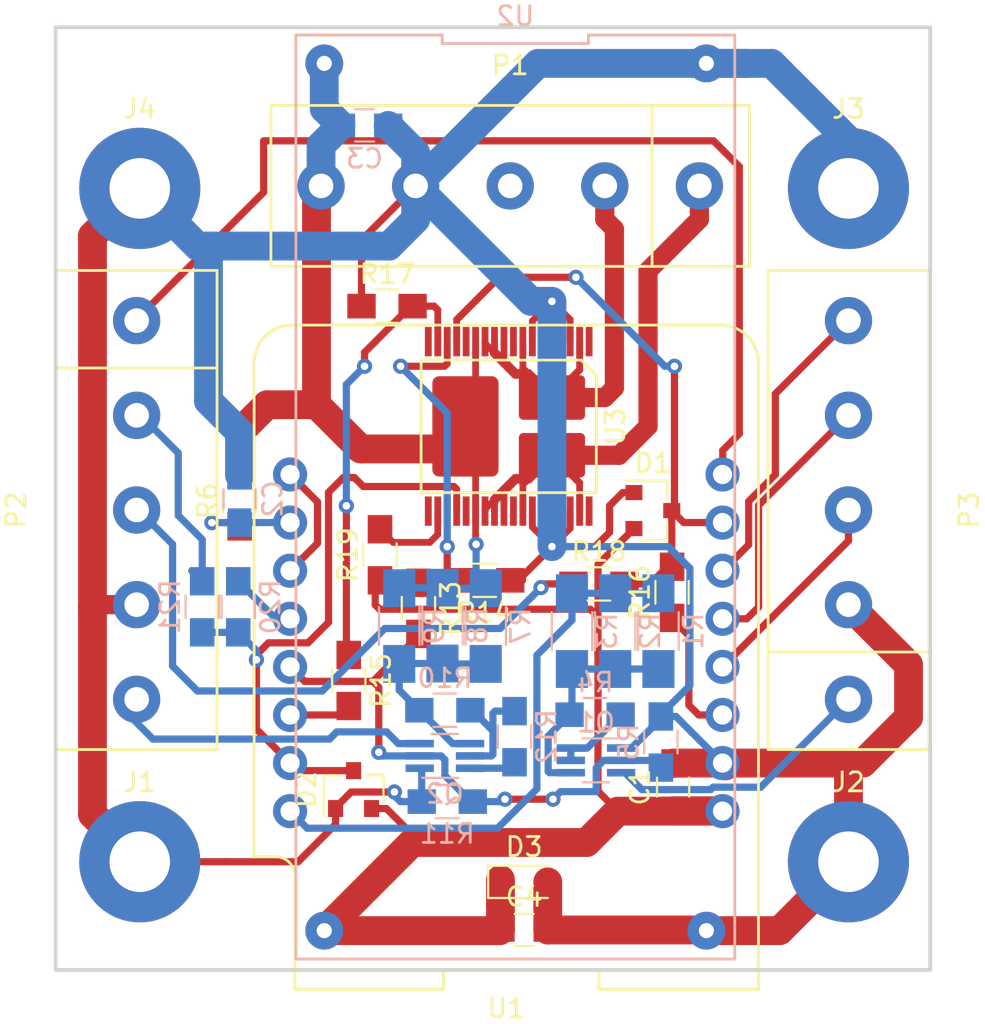
<source format=kicad_pcb>
(kicad_pcb (version 20170123) (host pcbnew "(2017-02-14 revision 58ed546)-master")

  (general
    (links 107)
    (no_connects 0)
    (area 109.119999 44.095999 155.548001 94.080001)
    (thickness 1.6)
    (drawings 4)
    (tracks 380)
    (zones 0)
    (modules 40)
    (nets 42)
  )

  (page A4)
  (layers
    (0 F.Cu signal)
    (31 B.Cu signal)
    (32 B.Adhes user)
    (33 F.Adhes user)
    (34 B.Paste user)
    (35 F.Paste user)
    (36 B.SilkS user)
    (37 F.SilkS user)
    (38 B.Mask user)
    (39 F.Mask user)
    (40 Dwgs.User user)
    (41 Cmts.User user)
    (42 Eco1.User user)
    (43 Eco2.User user)
    (44 Edge.Cuts user)
    (45 Margin user)
    (46 B.CrtYd user)
    (47 F.CrtYd user)
    (48 B.Fab user)
    (49 F.Fab user)
  )

  (setup
    (last_trace_width 1.016)
    (user_trace_width 0.2032)
    (user_trace_width 0.254)
    (user_trace_width 0.3556)
    (user_trace_width 0.381)
    (user_trace_width 0.508)
    (user_trace_width 0.762)
    (user_trace_width 1.016)
    (user_trace_width 1.524)
    (trace_clearance 0.14)
    (zone_clearance 0.508)
    (zone_45_only no)
    (trace_min 0.2)
    (segment_width 0.2)
    (edge_width 0.2)
    (via_size 0.8)
    (via_drill 0.4)
    (via_min_size 0.4)
    (via_min_drill 0.3)
    (uvia_size 0.3)
    (uvia_drill 0.1)
    (uvias_allowed no)
    (uvia_min_size 0.2)
    (uvia_min_drill 0.1)
    (pcb_text_width 0.3)
    (pcb_text_size 1.5 1.5)
    (mod_edge_width 0.15)
    (mod_text_size 1 1)
    (mod_text_width 0.15)
    (pad_size 3.2 3.2)
    (pad_drill 3.2)
    (pad_to_mask_clearance 0.2)
    (aux_axis_origin 0 0)
    (visible_elements FFFFFF9F)
    (pcbplotparams
      (layerselection 0x00030_ffffffff)
      (usegerberextensions false)
      (excludeedgelayer true)
      (linewidth 0.100000)
      (plotframeref false)
      (viasonmask false)
      (mode 1)
      (useauxorigin false)
      (hpglpennumber 1)
      (hpglpenspeed 20)
      (hpglpendiameter 15)
      (psnegative false)
      (psa4output false)
      (plotreference true)
      (plotvalue true)
      (plotinvisibletext false)
      (padsonsilk false)
      (subtractmaskfromsilk false)
      (outputformat 1)
      (mirror false)
      (drillshape 1)
      (scaleselection 1)
      (outputdirectory ""))
  )

  (net 0 "")
  (net 1 GND)
  (net 2 /BATT+)
  (net 3 VCC)
  (net 4 /EN_DIAG_B)
  (net 5 /EN_DRIVER)
  (net 6 /SW_A)
  (net 7 /MOT_PWM)
  (net 8 /EN_A)
  (net 9 /SW_B)
  (net 10 /EN_B)
  (net 11 /3V3)
  (net 12 /WAKEUP)
  (net 13 "Net-(C2-Pad1)")
  (net 14 /SWITCH_B)
  (net 15 /SWITCH_A)
  (net 16 /SW_V+)
  (net 17 /SER_3V3)
  (net 18 /OW)
  (net 19 /SDA)
  (net 20 /SCL)
  (net 21 "Net-(Q1-Pad5)")
  (net 22 "Net-(Q1-Pad4)")
  (net 23 "Net-(Q2-Pad4)")
  (net 24 "Net-(Q2-Pad5)")
  (net 25 "Net-(Q2-Pad6)")
  (net 26 "Net-(R15-Pad1)")
  (net 27 /MOT_A)
  (net 28 /MOT_B)
  (net 29 "Net-(R19-Pad2)")
  (net 30 /TX)
  (net 31 "Net-(U3-Pad36)")
  (net 32 "Net-(U3-Pad1)")
  (net 33 "Net-(U3-Pad32)")
  (net 34 "Net-(U3-Pad5)")
  (net 35 "Net-(U3-Pad28)")
  (net 36 "Net-(U3-Pad9)")
  (net 37 "Net-(U3-Pad23)")
  (net 38 "Net-(U3-Pad14)")
  (net 39 "Net-(U3-Pad19)")
  (net 40 "Net-(U3-Pad18)")
  (net 41 "Net-(P1-Pad3)")

  (net_class Default "This is the default net class."
    (clearance 0.14)
    (trace_width 0.25)
    (via_dia 0.8)
    (via_drill 0.4)
    (uvia_dia 0.3)
    (uvia_drill 0.1)
    (add_net /3V3)
    (add_net /BATT+)
    (add_net /EN_A)
    (add_net /EN_B)
    (add_net /EN_DIAG_B)
    (add_net /EN_DRIVER)
    (add_net /MOT_A)
    (add_net /MOT_B)
    (add_net /MOT_PWM)
    (add_net /OW)
    (add_net /SCL)
    (add_net /SDA)
    (add_net /SER_3V3)
    (add_net /SWITCH_A)
    (add_net /SWITCH_B)
    (add_net /SW_A)
    (add_net /SW_B)
    (add_net /SW_V+)
    (add_net /TX)
    (add_net /WAKEUP)
    (add_net GND)
    (add_net "Net-(C2-Pad1)")
    (add_net "Net-(P1-Pad3)")
    (add_net "Net-(Q1-Pad4)")
    (add_net "Net-(Q1-Pad5)")
    (add_net "Net-(Q2-Pad4)")
    (add_net "Net-(Q2-Pad5)")
    (add_net "Net-(Q2-Pad6)")
    (add_net "Net-(R15-Pad1)")
    (add_net "Net-(R19-Pad2)")
    (add_net "Net-(U3-Pad1)")
    (add_net "Net-(U3-Pad14)")
    (add_net "Net-(U3-Pad18)")
    (add_net "Net-(U3-Pad19)")
    (add_net "Net-(U3-Pad23)")
    (add_net "Net-(U3-Pad28)")
    (add_net "Net-(U3-Pad32)")
    (add_net "Net-(U3-Pad36)")
    (add_net "Net-(U3-Pad5)")
    (add_net "Net-(U3-Pad9)")
    (add_net VCC)
  )

  (module n9505-step-down:n9595 locked (layer B.Cu) (tedit 58B53BC9) (tstamp 58B55DA5)
    (at 133.518184 69.00436 270)
    (path /58A29F62)
    (fp_text reference U2 (at -25.4 0 180) (layer B.SilkS)
      (effects (font (size 1 1) (thickness 0.15)) (justify mirror))
    )
    (fp_text value N9505 (at 0 0 270) (layer B.Fab)
      (effects (font (size 1 1) (thickness 0.15)) (justify mirror))
    )
    (fp_line (start -24.55 -11.75) (end -24.55 11.75) (layer B.CrtYd) (width 0.05))
    (fp_line (start 24.55 -11.75) (end -24.55 -11.75) (layer B.CrtYd) (width 0.05))
    (fp_line (start 24.55 11.75) (end 24.55 -11.75) (layer B.CrtYd) (width 0.05))
    (fp_line (start -24.55 11.75) (end 24.55 11.75) (layer B.CrtYd) (width 0.05))
    (fp_line (start -24.4 -3.866666) (end -24.4 -11.599999) (layer B.SilkS) (width 0.15))
    (fp_line (start -23.95 -3.866666) (end -24.4 -3.866666) (layer B.SilkS) (width 0.15))
    (fp_line (start -23.95 3.866666) (end -23.95 -3.866666) (layer B.SilkS) (width 0.15))
    (fp_line (start -24.4 3.866666) (end -23.95 3.866666) (layer B.SilkS) (width 0.15))
    (fp_line (start -24.4 11.6) (end -24.4 3.866666) (layer B.SilkS) (width 0.15))
    (fp_line (start 24.4 11.599999) (end -24.4 11.6) (layer B.SilkS) (width 0.15))
    (fp_line (start 24.4 -11.6) (end 24.4 11.599999) (layer B.SilkS) (width 0.15))
    (fp_line (start -24.4 -11.599999) (end 24.4 -11.6) (layer B.SilkS) (width 0.15))
    (pad 3 thru_hole circle (at 22.9 -10.1 270) (size 2 2) (drill 0.8) (layers *.Cu *.Mask)
      (net 1 GND))
    (pad 4 thru_hole circle (at 22.9 10.1 270) (size 2 2) (drill 0.8) (layers *.Cu *.Mask)
      (net 3 VCC))
    (pad 2 thru_hole circle (at -22.9 -10.1 270) (size 2 2) (drill 0.8) (layers *.Cu *.Mask)
      (net 1 GND))
    (pad 1 thru_hole circle (at -22.9 10.1 270) (size 2 2) (drill 0.8) (layers *.Cu *.Mask)
      (net 2 /BATT+))
    (model ${KIPRJMOD}/3dshapes/n9505-step-down.3dshapes/step-down-n9505.wrl
      (at (xyz 0 0 0.1968503937007874))
      (scale (xyz 0.3937 0.3937 0.3937))
      (rotate (xyz 0 0 0))
    )
  )

  (module power-sso-36-tp:PowerSOIC-36 (layer F.Cu) (tedit 58B51750) (tstamp 58B54A59)
    (at 133.168184 65.27436 180)
    (path /58A23F29)
    (attr smd)
    (fp_text reference U3 (at -5.63 0 270) (layer F.SilkS)
      (effects (font (size 1 1) (thickness 0.15)))
    )
    (fp_text value VHN5180A-E (at -0.254 -6.096 180) (layer F.Fab)
      (effects (font (size 1 1) (thickness 0.15)))
    )
    (fp_line (start -3.83 3.5) (end -4.63 2.7) (layer F.SilkS) (width 0.15))
    (fp_line (start -4.63 2.7) (end -4.63 -3.5) (layer F.SilkS) (width 0.15))
    (fp_line (start -4.63 -3.5) (end 4.63 -3.5) (layer F.SilkS) (width 0.15))
    (fp_line (start 4.63 -3.5) (end 4.63 3.5) (layer F.SilkS) (width 0.15))
    (fp_line (start 4.63 3.5) (end -3.83 3.5) (layer F.SilkS) (width 0.15))
    (fp_line (start -4.8 -3.65) (end 4.8 -3.65) (layer F.CrtYd) (width 0.05))
    (fp_line (start 4.8 -3.65) (end 4.8 3.65) (layer F.CrtYd) (width 0.05))
    (fp_line (start 4.8 3.65) (end -4.8 3.65) (layer F.CrtYd) (width 0.05))
    (fp_line (start -4.8 3.65) (end -4.8 -3.65) (layer F.CrtYd) (width 0.05))
    (pad 36 smd rect (at -4.25 -4.475 180) (size 0.36 1.55) (layers F.Cu F.Paste F.Mask)
      (net 31 "Net-(U3-Pad36)"))
    (pad 1 smd rect (at -4.25 4.475 180) (size 0.36 1.55) (layers F.Cu F.Paste F.Mask)
      (net 32 "Net-(U3-Pad1)"))
    (pad 35 smd rect (at -3.75 -4.475 180) (size 0.36 1.55) (layers F.Cu F.Paste F.Mask)
      (net 28 /MOT_B))
    (pad 2 smd rect (at -3.75 4.475 180) (size 0.36 1.55) (layers F.Cu F.Paste F.Mask)
      (net 27 /MOT_A))
    (pad 34 smd rect (at -3.25 -4.475 180) (size 0.36 1.55) (layers F.Cu F.Paste F.Mask)
      (net 1 GND))
    (pad 3 smd rect (at -3.25 4.475 180) (size 0.36 1.55) (layers F.Cu F.Paste F.Mask)
      (net 1 GND))
    (pad 33 smd rect (at -2.75 -4.475 180) (size 0.36 1.55) (layers F.Cu F.Paste F.Mask)
      (net 1 GND))
    (pad 4 smd rect (at -2.75 4.475 180) (size 0.36 1.55) (layers F.Cu F.Paste F.Mask)
      (net 1 GND))
    (pad 32 smd rect (at -2.25 -4.475 180) (size 0.36 1.55) (layers F.Cu F.Paste F.Mask)
      (net 33 "Net-(U3-Pad32)"))
    (pad 5 smd rect (at -2.25 4.475 180) (size 0.36 1.55) (layers F.Cu F.Paste F.Mask)
      (net 34 "Net-(U3-Pad5)"))
    (pad 31 smd rect (at -1.75 -4.475 180) (size 0.36 1.55) (layers F.Cu F.Paste F.Mask)
      (net 1 GND))
    (pad 6 smd rect (at -1.75 4.475 180) (size 0.36 1.55) (layers F.Cu F.Paste F.Mask)
      (net 1 GND))
    (pad 30 smd rect (at -1.25 -4.475 180) (size 0.36 1.55) (layers F.Cu F.Paste F.Mask)
      (net 1 GND))
    (pad 7 smd rect (at -1.25 4.475 180) (size 0.36 1.55) (layers F.Cu F.Paste F.Mask)
      (net 1 GND))
    (pad 29 smd rect (at -0.75 -4.475 180) (size 0.36 1.55) (layers F.Cu F.Paste F.Mask)
      (net 28 /MOT_B))
    (pad 8 smd rect (at -0.75 4.475 180) (size 0.36 1.55) (layers F.Cu F.Paste F.Mask)
      (net 27 /MOT_A))
    (pad 28 smd rect (at -0.25 -4.475 180) (size 0.36 1.55) (layers F.Cu F.Paste F.Mask)
      (net 35 "Net-(U3-Pad28)"))
    (pad 9 smd rect (at -0.25 4.475 180) (size 0.36 1.55) (layers F.Cu F.Paste F.Mask)
      (net 36 "Net-(U3-Pad9)"))
    (pad 27 smd rect (at 0.25 -4.475 180) (size 0.36 1.55) (layers F.Cu F.Paste F.Mask)
      (net 28 /MOT_B))
    (pad 10 smd rect (at 0.25 4.475 180) (size 0.36 1.55) (layers F.Cu F.Paste F.Mask)
      (net 27 /MOT_A))
    (pad 26 smd rect (at 0.75 -4.475 180) (size 0.36 1.55) (layers F.Cu F.Paste F.Mask)
      (net 28 /MOT_B))
    (pad 11 smd rect (at 0.75 4.475 180) (size 0.36 1.55) (layers F.Cu F.Paste F.Mask)
      (net 27 /MOT_A))
    (pad 25 smd rect (at 1.25 -4.475 180) (size 0.36 1.55) (layers F.Cu F.Paste F.Mask)
      (net 28 /MOT_B))
    (pad 12 smd rect (at 1.25 4.475 180) (size 0.36 1.55) (layers F.Cu F.Paste F.Mask)
      (net 27 /MOT_A))
    (pad 24 smd rect (at 1.75 -4.475 180) (size 0.36 1.55) (layers F.Cu F.Paste F.Mask)
      (net 2 /BATT+))
    (pad 13 smd rect (at 1.75 4.475 180) (size 0.36 1.55) (layers F.Cu F.Paste F.Mask)
      (net 2 /BATT+))
    (pad 23 smd rect (at 2.25 -4.475 180) (size 0.36 1.55) (layers F.Cu F.Paste F.Mask)
      (net 37 "Net-(U3-Pad23)"))
    (pad 14 smd rect (at 2.25 4.475 180) (size 0.36 1.55) (layers F.Cu F.Paste F.Mask)
      (net 38 "Net-(U3-Pad14)"))
    (pad 22 smd rect (at 2.75 -4.475 180) (size 0.36 1.55) (layers F.Cu F.Paste F.Mask)
      (net 9 /SW_B))
    (pad 15 smd rect (at 2.75 4.475 180) (size 0.36 1.55) (layers F.Cu F.Paste F.Mask)
      (net 6 /SW_A))
    (pad 21 smd rect (at 3.25 -4.475 180) (size 0.36 1.55) (layers F.Cu F.Paste F.Mask)
      (net 4 /EN_DIAG_B))
    (pad 16 smd rect (at 3.25 4.475 180) (size 0.36 1.55) (layers F.Cu F.Paste F.Mask)
      (net 4 /EN_DIAG_B))
    (pad 20 smd rect (at 3.75 -4.475 180) (size 0.36 1.55) (layers F.Cu F.Paste F.Mask)
      (net 29 "Net-(R19-Pad2)"))
    (pad 17 smd rect (at 3.75 4.475 180) (size 0.36 1.55) (layers F.Cu F.Paste F.Mask)
      (net 26 "Net-(R15-Pad1)"))
    (pad 19 smd rect (at 4.25 -4.475 180) (size 0.36 1.55) (layers F.Cu F.Paste F.Mask)
      (net 39 "Net-(U3-Pad19)"))
    (pad 18 smd rect (at 4.25 4.475 180) (size 0.36 1.55) (layers F.Cu F.Paste F.Mask)
      (net 40 "Net-(U3-Pad18)"))
    (pad 38 smd roundrect (at -2.286 1.524 180) (size 3.5 2.35) (layers F.Cu F.Paste F.Mask)(roundrect_rratio 0.1)
      (net 27 /MOT_A))
    (pad 39 smd roundrect (at -2.286 -1.524 180) (size 3.5 2.35) (layers F.Cu F.Paste F.Mask)(roundrect_rratio 0.1)
      (net 28 /MOT_B))
    (pad 37 smd roundrect (at 2.286 0 180) (size 3.5 5.3) (layers F.Cu F.Paste F.Mask)(roundrect_rratio 0.1)
      (net 2 /BATT+))
    (model ${KIPRJMOD}/3dshapes/power-sso-36-tp.3dshapes/PowerSSO-36.wrl
      (at (xyz 0 0 0))
      (scale (xyz 0.393700787 0.393700787 0.393700787))
      (rotate (xyz -90 0 90))
    )
  )

  (module wemos-d1-mini:wemos-d1-mini locked (layer F.Cu) (tedit 58B52FC3) (tstamp 58B549DB)
    (at 133.041184 76.70436 90)
    (path /5874C844)
    (fp_text reference U1 (at -19.3 0 180) (layer F.SilkS)
      (effects (font (size 1 1) (thickness 0.15)))
    )
    (fp_text value WeMos_mini (at 0 0 90) (layer F.Fab)
      (effects (font (size 1 1) (thickness 0.15)))
    )
    (fp_line (start -18.3 13.33) (end 14.78 13.33) (layer F.SilkS) (width 0.15))
    (fp_line (start 16.78 11.33) (end 16.78 -11.33) (layer F.SilkS) (width 0.15))
    (fp_line (start 14.78 -13.33) (end -11.3 -13.33) (layer F.SilkS) (width 0.15))
    (fp_line (start -18.3 -11.18) (end -18.3 -3.32) (layer F.SilkS) (width 0.15))
    (fp_line (start -18.3 -3.32) (end -17.3 -3.32) (layer F.SilkS) (width 0.15))
    (fp_line (start -17.3 -3.32) (end -17.3 4.9) (layer F.SilkS) (width 0.15))
    (fp_line (start -17.3 4.9) (end -18.3 4.9) (layer F.SilkS) (width 0.15))
    (fp_line (start -18.3 4.9) (end -18.3 13.329999) (layer F.SilkS) (width 0.15))
    (fp_line (start -11.48 -13.5) (end 14.85 -13.5) (layer F.CrtYd) (width 0.05))
    (fp_line (start 16.94 -11.5) (end 16.94 11.5) (layer F.CrtYd) (width 0.05))
    (fp_line (start 14.94 13.5) (end -18.46 13.5) (layer F.CrtYd) (width 0.05))
    (fp_line (start -18.46 13.5) (end -18.46 -11.33) (layer F.CrtYd) (width 0.05))
    (fp_arc (start 14.78 -11.33) (end 14.78 -13.33) (angle 90) (layer F.SilkS) (width 0.15))
    (fp_arc (start 14.78 11.33) (end 16.78 11.33) (angle 90) (layer F.SilkS) (width 0.15))
    (fp_arc (start 14.94 11.5) (end 16.94 11.5) (angle 90) (layer F.CrtYd) (width 0.05))
    (fp_arc (start 14.94 -11.5) (end 14.85 -13.5) (angle 92.57657183) (layer F.CrtYd) (width 0.05))
    (fp_line (start -18.3 -11.18) (end -12.3 -11.18) (layer F.SilkS) (width 0.15))
    (fp_arc (start -12.3 -12.18) (end -11.3 -12.18) (angle 90) (layer F.SilkS) (width 0.15))
    (fp_line (start -11.3 -12.17) (end -11.3 -13.33) (layer F.SilkS) (width 0.15))
    (fp_line (start -11.3 -13.33) (end -11.3 -13.33) (layer F.SilkS) (width 0.15))
    (fp_line (start -11.48 -13.5) (end -11.48 -12.33) (layer F.CrtYd) (width 0.05))
    (fp_line (start -18.46 -11.33) (end -12.48 -11.33) (layer F.CrtYd) (width 0.05))
    (fp_arc (start -12.48 -12.33) (end -11.48 -12.33) (angle 90) (layer F.CrtYd) (width 0.05))
    (pad 16 thru_hole circle (at -8.89 -11.43 90) (size 1.8 1.8) (drill 1.016) (layers *.Cu *.Mask)
      (net 11 /3V3))
    (pad 1 thru_hole circle (at -8.89 11.43 90) (size 1.8 1.8) (drill 1.016) (layers *.Cu *.Mask)
      (net 3 VCC))
    (pad 15 thru_hole circle (at -6.35 -11.43 90) (size 1.8 1.8) (drill 1.016) (layers *.Cu *.Mask)
      (net 9 /SW_B))
    (pad 2 thru_hole circle (at -6.35 11.43 90) (size 1.8 1.8) (drill 1.016) (layers *.Cu *.Mask)
      (net 1 GND))
    (pad 14 thru_hole circle (at -3.81 -11.43 90) (size 1.8 1.8) (drill 1.016) (layers *.Cu *.Mask)
      (net 7 /MOT_PWM))
    (pad 3 thru_hole circle (at -3.81 11.43 90) (size 1.8 1.8) (drill 1.016) (layers *.Cu *.Mask)
      (net 8 /EN_A))
    (pad 13 thru_hole circle (at -1.27 -11.43 90) (size 1.8 1.8) (drill 1.016) (layers *.Cu *.Mask)
      (net 5 /EN_DRIVER))
    (pad 4 thru_hole circle (at -1.27 11.43 90) (size 1.8 1.8) (drill 1.016) (layers *.Cu *.Mask)
      (net 18 /OW))
    (pad 12 thru_hole circle (at 1.27 -11.43 90) (size 1.8 1.8) (drill 1.016) (layers *.Cu *.Mask)
      (net 10 /EN_B))
    (pad 5 thru_hole circle (at 1.27 11.43 90) (size 1.8 1.8) (drill 1.016) (layers *.Cu *.Mask)
      (net 19 /SDA))
    (pad 11 thru_hole circle (at 3.81 -11.43 90) (size 1.8 1.8) (drill 1.016) (layers *.Cu *.Mask)
      (net 12 /WAKEUP))
    (pad 6 thru_hole circle (at 3.81 11.43 90) (size 1.8 1.8) (drill 1.016) (layers *.Cu *.Mask)
      (net 20 /SCL))
    (pad 10 thru_hole circle (at 6.35 -11.43 90) (size 1.8 1.8) (drill 1.016) (layers *.Cu *.Mask)
      (net 13 "Net-(C2-Pad1)"))
    (pad 7 thru_hole circle (at 6.35 11.43 90) (size 1.8 1.8) (drill 1.016) (layers *.Cu *.Mask)
      (net 6 /SW_A))
    (pad 9 thru_hole circle (at 8.89 -11.43 90) (size 1.8 1.8) (drill 1.016) (layers *.Cu *.Mask)
      (net 12 /WAKEUP))
    (pad 8 thru_hole circle (at 8.89 11.43 90) (size 1.8 1.8) (drill 1.016) (layers *.Cu *.Mask)
      (net 30 /TX))
    (model ${KIPRJMOD}/3dshapes/wemos_d1_mini.3dshapes/d1_mini_shield-freecad.wrl
      (at (xyz -0.7047244094488189 -0.5039370078740159 0.3307086614173229))
      (scale (xyz 0.3937 0.3937 0.3937))
      (rotate (xyz 0 180 90))
    )
    (model ${KIPRJMOD}/3dshapes/wemos_d1_mini.3dshapes/SLW-108-01-G-S.wrl
      (at (xyz 0 -0.4488188976377953 0))
      (scale (xyz 0.3937 0.3937 0.3937))
      (rotate (xyz -90 0 0))
    )
    (model ${KIPRJMOD}/3dshapes/wemos_d1_mini.3dshapes/SLW-108-01-G-S.wrl
      (at (xyz 0 0.4488188976377953 0))
      (scale (xyz 0.3937 0.3937 0.3937))
      (rotate (xyz -90 0 0))
    )
    (model ${KIPRJMOD}/3dshapes/wemos_d1_mini.3dshapes/TSW-108-05-G-S.wrl
      (at (xyz 0 -0.4488188976377953 0.2874015748031496))
      (scale (xyz 0.3937 0.3937 0.3937))
      (rotate (xyz 90 0 0))
    )
    (model ${KIPRJMOD}/3dshapes/wemos_d1_mini.3dshapes/TSW-108-05-G-S.wrl
      (at (xyz 0 0.4488188976377953 0.2874015748031496))
      (scale (xyz 0.3937 0.3937 0.3937))
      (rotate (xyz 90 0 0))
    )
  )

  (module horizontal-cable-lentry-1317:SIP-5_1317 (layer F.Cu) (tedit 58B46510) (tstamp 58B523F6)
    (at 113.5 69.69 270)
    (path /58A2038D)
    (fp_text reference P2 (at 0 6.375 270) (layer F.SilkS)
      (effects (font (size 1 1) (thickness 0.15)))
    )
    (fp_text value CONN_SW (at 0 -6.375 270) (layer F.Fab)
      (effects (font (size 1 1) (thickness 0.15)))
    )
    (fp_line (start -12.8 4.4) (end -12.8 -4.4) (layer F.CrtYd) (width 0.05))
    (fp_line (start 12.8 4.4) (end -12.8 4.4) (layer F.CrtYd) (width 0.05))
    (fp_line (start 12.8 -4.4) (end 12.8 4.4) (layer F.CrtYd) (width 0.05))
    (fp_line (start -12.8 -4.4) (end 12.8 -4.4) (layer F.CrtYd) (width 0.05))
    (fp_line (start -7.5 -4.25) (end -7.5 4.25) (layer F.SilkS) (width 0.15))
    (fp_line (start -12.65 4.25) (end -12.65 -4.25) (layer F.SilkS) (width 0.15))
    (fp_line (start 12.65 4.25) (end -12.65 4.25) (layer F.SilkS) (width 0.15))
    (fp_line (start 12.65 -4.25) (end 12.65 4.25) (layer F.SilkS) (width 0.15))
    (fp_line (start -12.65 -4.25) (end 12.65 -4.25) (layer F.SilkS) (width 0.15))
    (pad 5 thru_hole circle (at 10 0 270) (size 2.5 2.5) (drill 1.3) (layers *.Cu *.Mask)
      (net 16 /SW_V+))
    (pad 4 thru_hole circle (at 5 0 270) (size 2.5 2.5) (drill 1.3) (layers *.Cu *.Mask)
      (net 1 GND))
    (pad 3 thru_hole circle (at 0 0 270) (size 2.5 2.5) (drill 1.3) (layers *.Cu *.Mask)
      (net 15 /SWITCH_A))
    (pad 2 thru_hole circle (at -5 0 270) (size 2.5 2.5) (drill 1.3) (layers *.Cu *.Mask)
      (net 14 /SWITCH_B))
    (pad 1 thru_hole circle (at -10 0 270) (size 2.5 2.5) (drill 1.3) (layers *.Cu *.Mask)
      (net 30 /TX))
    (model ${KIPRJMOD}/3dshapes/horizontal-cable-lentry-1317.3dshapes/horizontal-cable-entry-3137-5.wrl
      (at (xyz 0 0 0.2440944881889764))
      (scale (xyz 0.393700787 0.393700787 0.393700787))
      (rotate (xyz 0 0 0))
    )
  )

  (module horizontal-cable-lentry-1317:SIP-5_1317 (layer F.Cu) (tedit 58B46510) (tstamp 58B52593)
    (at 151.13 69.69 90)
    (path /58A204AB)
    (fp_text reference P3 (at 0 6.375 90) (layer F.SilkS)
      (effects (font (size 1 1) (thickness 0.15)))
    )
    (fp_text value CONN_SERIAL (at 0 -6.375 90) (layer F.Fab)
      (effects (font (size 1 1) (thickness 0.15)))
    )
    (fp_line (start -12.8 4.4) (end -12.8 -4.4) (layer F.CrtYd) (width 0.05))
    (fp_line (start 12.8 4.4) (end -12.8 4.4) (layer F.CrtYd) (width 0.05))
    (fp_line (start 12.8 -4.4) (end 12.8 4.4) (layer F.CrtYd) (width 0.05))
    (fp_line (start -12.8 -4.4) (end 12.8 -4.4) (layer F.CrtYd) (width 0.05))
    (fp_line (start -7.5 -4.25) (end -7.5 4.25) (layer F.SilkS) (width 0.15))
    (fp_line (start -12.65 4.25) (end -12.65 -4.25) (layer F.SilkS) (width 0.15))
    (fp_line (start 12.65 4.25) (end -12.65 4.25) (layer F.SilkS) (width 0.15))
    (fp_line (start 12.65 -4.25) (end 12.65 4.25) (layer F.SilkS) (width 0.15))
    (fp_line (start -12.65 -4.25) (end 12.65 -4.25) (layer F.SilkS) (width 0.15))
    (pad 5 thru_hole circle (at 10 0 90) (size 2.5 2.5) (drill 1.3) (layers *.Cu *.Mask)
      (net 20 /SCL))
    (pad 4 thru_hole circle (at 5 0 90) (size 2.5 2.5) (drill 1.3) (layers *.Cu *.Mask)
      (net 19 /SDA))
    (pad 3 thru_hole circle (at 0 0 90) (size 2.5 2.5) (drill 1.3) (layers *.Cu *.Mask)
      (net 18 /OW))
    (pad 2 thru_hole circle (at -5 0 90) (size 2.5 2.5) (drill 1.3) (layers *.Cu *.Mask)
      (net 1 GND))
    (pad 1 thru_hole circle (at -10 0 90) (size 2.5 2.5) (drill 1.3) (layers *.Cu *.Mask)
      (net 17 /SER_3V3))
    (model ${KIPRJMOD}/3dshapes/horizontal-cable-lentry-1317.3dshapes/horizontal-cable-entry-3137-5.wrl
      (at (xyz 0 0 0.2440944881889764))
      (scale (xyz 0.393700787 0.393700787 0.393700787))
      (rotate (xyz 0 0 0))
    )
  )

  (module Resistors_SMD:R_0805_HandSoldering (layer B.Cu) (tedit 58AADA1D) (tstamp 58B30394)
    (at 129.794 80.264 180)
    (descr "Resistor SMD 0805, hand soldering")
    (tags "resistor 0805")
    (path /58A35814)
    (attr smd)
    (fp_text reference R10 (at 0 1.7 180) (layer B.SilkS)
      (effects (font (size 1 1) (thickness 0.15)) (justify mirror))
    )
    (fp_text value 100k (at 0 -1.75 180) (layer B.Fab)
      (effects (font (size 1 1) (thickness 0.15)) (justify mirror))
    )
    (fp_line (start 2.35 -0.9) (end -2.35 -0.9) (layer B.CrtYd) (width 0.05))
    (fp_line (start 2.35 -0.9) (end 2.35 0.9) (layer B.CrtYd) (width 0.05))
    (fp_line (start -2.35 0.9) (end -2.35 -0.9) (layer B.CrtYd) (width 0.05))
    (fp_line (start -2.35 0.9) (end 2.35 0.9) (layer B.CrtYd) (width 0.05))
    (fp_line (start -0.6 0.88) (end 0.6 0.88) (layer B.SilkS) (width 0.12))
    (fp_line (start 0.6 -0.88) (end -0.6 -0.88) (layer B.SilkS) (width 0.12))
    (fp_line (start -1 0.62) (end 1 0.62) (layer B.Fab) (width 0.1))
    (fp_line (start 1 0.62) (end 1 -0.62) (layer B.Fab) (width 0.1))
    (fp_line (start 1 -0.62) (end -1 -0.62) (layer B.Fab) (width 0.1))
    (fp_line (start -1 -0.62) (end -1 0.62) (layer B.Fab) (width 0.1))
    (fp_text user %R (at 0 1.7 180) (layer B.Fab)
      (effects (font (size 1 1) (thickness 0.15)) (justify mirror))
    )
    (pad 2 smd rect (at 1.35 0 180) (size 1.5 1.3) (layers B.Cu B.Paste B.Mask)
      (net 23 "Net-(Q2-Pad4)"))
    (pad 1 smd rect (at -1.35 0 180) (size 1.5 1.3) (layers B.Cu B.Paste B.Mask)
      (net 24 "Net-(Q2-Pad5)"))
    (model Resistors_SMD.3dshapes/R_0805.wrl
      (at (xyz 0 0 0))
      (scale (xyz 1 1 1))
      (rotate (xyz 0 0 0))
    )
  )

  (module Resistors_SMD:R_1206_HandSoldering (layer B.Cu) (tedit 58AADA36) (tstamp 58B3038E)
    (at 127.381 75.819 90)
    (descr "Resistor SMD 1206, hand soldering")
    (tags "resistor 1206")
    (path /58B2CBA2)
    (attr smd)
    (fp_text reference R9 (at 0 1.85 90) (layer B.SilkS)
      (effects (font (size 1 1) (thickness 0.15)) (justify mirror))
    )
    (fp_text value 100 (at 0 -1.9 90) (layer B.Fab)
      (effects (font (size 1 1) (thickness 0.15)) (justify mirror))
    )
    (fp_line (start 3.25 -1.1) (end -3.25 -1.1) (layer B.CrtYd) (width 0.05))
    (fp_line (start 3.25 -1.1) (end 3.25 1.11) (layer B.CrtYd) (width 0.05))
    (fp_line (start -3.25 1.11) (end -3.25 -1.1) (layer B.CrtYd) (width 0.05))
    (fp_line (start -3.25 1.11) (end 3.25 1.11) (layer B.CrtYd) (width 0.05))
    (fp_line (start -1 1.07) (end 1 1.07) (layer B.SilkS) (width 0.12))
    (fp_line (start 1 -1.07) (end -1 -1.07) (layer B.SilkS) (width 0.12))
    (fp_line (start -1.6 0.8) (end 1.6 0.8) (layer B.Fab) (width 0.1))
    (fp_line (start 1.6 0.8) (end 1.6 -0.8) (layer B.Fab) (width 0.1))
    (fp_line (start 1.6 -0.8) (end -1.6 -0.8) (layer B.Fab) (width 0.1))
    (fp_line (start -1.6 -0.8) (end -1.6 0.8) (layer B.Fab) (width 0.1))
    (fp_text user %R (at 0 1.85 90) (layer B.Fab)
      (effects (font (size 1 1) (thickness 0.15)) (justify mirror))
    )
    (pad 2 smd rect (at 2 0 90) (size 2 1.7) (layers B.Cu B.Paste B.Mask)
      (net 2 /BATT+))
    (pad 1 smd rect (at -2 0 90) (size 2 1.7) (layers B.Cu B.Paste B.Mask)
      (net 23 "Net-(Q2-Pad4)"))
    (model Resistors_SMD.3dshapes/R_1206.wrl
      (at (xyz 0 0 0))
      (scale (xyz 1 1 1))
      (rotate (xyz 0 0 0))
    )
  )

  (module Resistors_SMD:R_1206_HandSoldering (layer B.Cu) (tedit 58AADA36) (tstamp 58B30388)
    (at 129.667 75.796451 90)
    (descr "Resistor SMD 1206, hand soldering")
    (tags "resistor 1206")
    (path /58A34716)
    (attr smd)
    (fp_text reference R8 (at 0 1.85 90) (layer B.SilkS)
      (effects (font (size 1 1) (thickness 0.15)) (justify mirror))
    )
    (fp_text value 100 (at 0.127 -2.159 90) (layer B.Fab)
      (effects (font (size 1 1) (thickness 0.15)) (justify mirror))
    )
    (fp_line (start 3.25 -1.1) (end -3.25 -1.1) (layer B.CrtYd) (width 0.05))
    (fp_line (start 3.25 -1.1) (end 3.25 1.11) (layer B.CrtYd) (width 0.05))
    (fp_line (start -3.25 1.11) (end -3.25 -1.1) (layer B.CrtYd) (width 0.05))
    (fp_line (start -3.25 1.11) (end 3.25 1.11) (layer B.CrtYd) (width 0.05))
    (fp_line (start -1 1.07) (end 1 1.07) (layer B.SilkS) (width 0.12))
    (fp_line (start 1 -1.07) (end -1 -1.07) (layer B.SilkS) (width 0.12))
    (fp_line (start -1.6 0.8) (end 1.6 0.8) (layer B.Fab) (width 0.1))
    (fp_line (start 1.6 0.8) (end 1.6 -0.8) (layer B.Fab) (width 0.1))
    (fp_line (start 1.6 -0.8) (end -1.6 -0.8) (layer B.Fab) (width 0.1))
    (fp_line (start -1.6 -0.8) (end -1.6 0.8) (layer B.Fab) (width 0.1))
    (fp_text user %R (at 0 1.85 90) (layer B.Fab)
      (effects (font (size 1 1) (thickness 0.15)) (justify mirror))
    )
    (pad 2 smd rect (at 2 0 90) (size 2 1.7) (layers B.Cu B.Paste B.Mask)
      (net 2 /BATT+))
    (pad 1 smd rect (at -2 0 90) (size 2 1.7) (layers B.Cu B.Paste B.Mask)
      (net 23 "Net-(Q2-Pad4)"))
    (model Resistors_SMD.3dshapes/R_1206.wrl
      (at (xyz 0 0 0))
      (scale (xyz 1 1 1))
      (rotate (xyz 0 0 0))
    )
  )

  (module Resistors_SMD:R_1206_HandSoldering (layer B.Cu) (tedit 58AADA36) (tstamp 58B30382)
    (at 131.953 75.819 90)
    (descr "Resistor SMD 1206, hand soldering")
    (tags "resistor 1206")
    (path /58A358CF)
    (attr smd)
    (fp_text reference R7 (at 0 1.85 90) (layer B.SilkS)
      (effects (font (size 1 1) (thickness 0.15)) (justify mirror))
    )
    (fp_text value 100 (at 0 -1.9 90) (layer B.Fab)
      (effects (font (size 1 1) (thickness 0.15)) (justify mirror))
    )
    (fp_line (start 3.25 -1.1) (end -3.25 -1.1) (layer B.CrtYd) (width 0.05))
    (fp_line (start 3.25 -1.1) (end 3.25 1.11) (layer B.CrtYd) (width 0.05))
    (fp_line (start -3.25 1.11) (end -3.25 -1.1) (layer B.CrtYd) (width 0.05))
    (fp_line (start -3.25 1.11) (end 3.25 1.11) (layer B.CrtYd) (width 0.05))
    (fp_line (start -1 1.07) (end 1 1.07) (layer B.SilkS) (width 0.12))
    (fp_line (start 1 -1.07) (end -1 -1.07) (layer B.SilkS) (width 0.12))
    (fp_line (start -1.6 0.8) (end 1.6 0.8) (layer B.Fab) (width 0.1))
    (fp_line (start 1.6 0.8) (end 1.6 -0.8) (layer B.Fab) (width 0.1))
    (fp_line (start 1.6 -0.8) (end -1.6 -0.8) (layer B.Fab) (width 0.1))
    (fp_line (start -1.6 -0.8) (end -1.6 0.8) (layer B.Fab) (width 0.1))
    (fp_text user %R (at 0 1.85 90) (layer B.Fab)
      (effects (font (size 1 1) (thickness 0.15)) (justify mirror))
    )
    (pad 2 smd rect (at 2 0 90) (size 2 1.7) (layers B.Cu B.Paste B.Mask)
      (net 2 /BATT+))
    (pad 1 smd rect (at -2 0 90) (size 2 1.7) (layers B.Cu B.Paste B.Mask)
      (net 23 "Net-(Q2-Pad4)"))
    (model Resistors_SMD.3dshapes/R_1206.wrl
      (at (xyz 0 0 0))
      (scale (xyz 1 1 1))
      (rotate (xyz 0 0 0))
    )
  )

  (module Capacitors_SMD:C_0805_HandSoldering (layer F.Cu) (tedit 58AA84A8) (tstamp 58B30303)
    (at 141.859 84.32436 90)
    (descr "Capacitor SMD 0805, hand soldering")
    (tags "capacitor 0805")
    (path /58A2E7AF)
    (attr smd)
    (fp_text reference C1 (at 0 -1.75 90) (layer F.SilkS)
      (effects (font (size 1 1) (thickness 0.15)))
    )
    (fp_text value 1µ (at 0 1.75 90) (layer F.Fab)
      (effects (font (size 1 1) (thickness 0.15)))
    )
    (fp_line (start 2.25 0.87) (end -2.25 0.87) (layer F.CrtYd) (width 0.05))
    (fp_line (start 2.25 0.87) (end 2.25 -0.88) (layer F.CrtYd) (width 0.05))
    (fp_line (start -2.25 -0.88) (end -2.25 0.87) (layer F.CrtYd) (width 0.05))
    (fp_line (start -2.25 -0.88) (end 2.25 -0.88) (layer F.CrtYd) (width 0.05))
    (fp_line (start -0.5 0.85) (end 0.5 0.85) (layer F.SilkS) (width 0.12))
    (fp_line (start 0.5 -0.85) (end -0.5 -0.85) (layer F.SilkS) (width 0.12))
    (fp_line (start -1 -0.62) (end 1 -0.62) (layer F.Fab) (width 0.1))
    (fp_line (start 1 -0.62) (end 1 0.62) (layer F.Fab) (width 0.1))
    (fp_line (start 1 0.62) (end -1 0.62) (layer F.Fab) (width 0.1))
    (fp_line (start -1 0.62) (end -1 -0.62) (layer F.Fab) (width 0.1))
    (fp_text user %R (at 0 -1.75 90) (layer F.Fab)
      (effects (font (size 1 1) (thickness 0.15)))
    )
    (pad 2 smd rect (at 1.25 0 90) (size 1.5 1.25) (layers F.Cu F.Paste F.Mask)
      (net 1 GND))
    (pad 1 smd rect (at -1.25 0 90) (size 1.5 1.25) (layers F.Cu F.Paste F.Mask)
      (net 3 VCC))
    (model Capacitors_SMD.3dshapes/C_0805.wrl
      (at (xyz 0 0 0))
      (scale (xyz 1 1 1))
      (rotate (xyz 0 0 0))
    )
  )

  (module Capacitors_SMD:C_0805_HandSoldering (layer B.Cu) (tedit 58AA84A8) (tstamp 58B30309)
    (at 118.944184 69.10436 90)
    (descr "Capacitor SMD 0805, hand soldering")
    (tags "capacitor 0805")
    (path /5888FEDD)
    (attr smd)
    (fp_text reference C2 (at 0 1.75 90) (layer B.SilkS)
      (effects (font (size 1 1) (thickness 0.15)) (justify mirror))
    )
    (fp_text value 1µ (at 0 -1.75 90) (layer B.Fab)
      (effects (font (size 1 1) (thickness 0.15)) (justify mirror))
    )
    (fp_line (start 2.25 -0.87) (end -2.25 -0.87) (layer B.CrtYd) (width 0.05))
    (fp_line (start 2.25 -0.87) (end 2.25 0.88) (layer B.CrtYd) (width 0.05))
    (fp_line (start -2.25 0.88) (end -2.25 -0.87) (layer B.CrtYd) (width 0.05))
    (fp_line (start -2.25 0.88) (end 2.25 0.88) (layer B.CrtYd) (width 0.05))
    (fp_line (start -0.5 -0.85) (end 0.5 -0.85) (layer B.SilkS) (width 0.12))
    (fp_line (start 0.5 0.85) (end -0.5 0.85) (layer B.SilkS) (width 0.12))
    (fp_line (start -1 0.62) (end 1 0.62) (layer B.Fab) (width 0.1))
    (fp_line (start 1 0.62) (end 1 -0.62) (layer B.Fab) (width 0.1))
    (fp_line (start 1 -0.62) (end -1 -0.62) (layer B.Fab) (width 0.1))
    (fp_line (start -1 -0.62) (end -1 0.62) (layer B.Fab) (width 0.1))
    (fp_text user %R (at 0 1.75 90) (layer B.Fab)
      (effects (font (size 1 1) (thickness 0.15)) (justify mirror))
    )
    (pad 2 smd rect (at 1.25 0 90) (size 1.5 1.25) (layers B.Cu B.Paste B.Mask)
      (net 1 GND))
    (pad 1 smd rect (at -1.25 0 90) (size 1.5 1.25) (layers B.Cu B.Paste B.Mask)
      (net 13 "Net-(C2-Pad1)"))
    (model Capacitors_SMD.3dshapes/C_0805.wrl
      (at (xyz 0 0 0))
      (scale (xyz 1 1 1))
      (rotate (xyz 0 0 0))
    )
  )

  (module Capacitors_SMD:C_0805_HandSoldering (layer B.Cu) (tedit 58AA84A8) (tstamp 58B3030F)
    (at 125.548184 49.37936)
    (descr "Capacitor SMD 0805, hand soldering")
    (tags "capacitor 0805")
    (path /58A1E96E)
    (attr smd)
    (fp_text reference C3 (at 0 1.75) (layer B.SilkS)
      (effects (font (size 1 1) (thickness 0.15)) (justify mirror))
    )
    (fp_text value 1µ (at 0 -1.75) (layer B.Fab)
      (effects (font (size 1 1) (thickness 0.15)) (justify mirror))
    )
    (fp_line (start 2.25 -0.87) (end -2.25 -0.87) (layer B.CrtYd) (width 0.05))
    (fp_line (start 2.25 -0.87) (end 2.25 0.88) (layer B.CrtYd) (width 0.05))
    (fp_line (start -2.25 0.88) (end -2.25 -0.87) (layer B.CrtYd) (width 0.05))
    (fp_line (start -2.25 0.88) (end 2.25 0.88) (layer B.CrtYd) (width 0.05))
    (fp_line (start -0.5 -0.85) (end 0.5 -0.85) (layer B.SilkS) (width 0.12))
    (fp_line (start 0.5 0.85) (end -0.5 0.85) (layer B.SilkS) (width 0.12))
    (fp_line (start -1 0.62) (end 1 0.62) (layer B.Fab) (width 0.1))
    (fp_line (start 1 0.62) (end 1 -0.62) (layer B.Fab) (width 0.1))
    (fp_line (start 1 -0.62) (end -1 -0.62) (layer B.Fab) (width 0.1))
    (fp_line (start -1 -0.62) (end -1 0.62) (layer B.Fab) (width 0.1))
    (fp_text user %R (at 0 1.75) (layer B.Fab)
      (effects (font (size 1 1) (thickness 0.15)) (justify mirror))
    )
    (pad 2 smd rect (at 1.25 0) (size 1.5 1.25) (layers B.Cu B.Paste B.Mask)
      (net 1 GND))
    (pad 1 smd rect (at -1.25 0) (size 1.5 1.25) (layers B.Cu B.Paste B.Mask)
      (net 2 /BATT+))
    (model Capacitors_SMD.3dshapes/C_0805.wrl
      (at (xyz 0 0 0))
      (scale (xyz 1 1 1))
      (rotate (xyz 0 0 0))
    )
  )

  (module Capacitors_SMD:C_0805_HandSoldering (layer F.Cu) (tedit 58AA84A8) (tstamp 58B30315)
    (at 133.982934 91.869398)
    (descr "Capacitor SMD 0805, hand soldering")
    (tags "capacitor 0805")
    (path /58A1F6E4)
    (attr smd)
    (fp_text reference C4 (at 0 -1.75) (layer F.SilkS)
      (effects (font (size 1 1) (thickness 0.15)))
    )
    (fp_text value 1µ (at 0 1.75) (layer F.Fab)
      (effects (font (size 1 1) (thickness 0.15)))
    )
    (fp_line (start 2.25 0.87) (end -2.25 0.87) (layer F.CrtYd) (width 0.05))
    (fp_line (start 2.25 0.87) (end 2.25 -0.88) (layer F.CrtYd) (width 0.05))
    (fp_line (start -2.25 -0.88) (end -2.25 0.87) (layer F.CrtYd) (width 0.05))
    (fp_line (start -2.25 -0.88) (end 2.25 -0.88) (layer F.CrtYd) (width 0.05))
    (fp_line (start -0.5 0.85) (end 0.5 0.85) (layer F.SilkS) (width 0.12))
    (fp_line (start 0.5 -0.85) (end -0.5 -0.85) (layer F.SilkS) (width 0.12))
    (fp_line (start -1 -0.62) (end 1 -0.62) (layer F.Fab) (width 0.1))
    (fp_line (start 1 -0.62) (end 1 0.62) (layer F.Fab) (width 0.1))
    (fp_line (start 1 0.62) (end -1 0.62) (layer F.Fab) (width 0.1))
    (fp_line (start -1 0.62) (end -1 -0.62) (layer F.Fab) (width 0.1))
    (fp_text user %R (at 0 -1.75) (layer F.Fab)
      (effects (font (size 1 1) (thickness 0.15)))
    )
    (pad 2 smd rect (at 1.25 0) (size 1.5 1.25) (layers F.Cu F.Paste F.Mask)
      (net 1 GND))
    (pad 1 smd rect (at -1.25 0) (size 1.5 1.25) (layers F.Cu F.Paste F.Mask)
      (net 3 VCC))
    (model Capacitors_SMD.3dshapes/C_0805.wrl
      (at (xyz 0 0 0))
      (scale (xyz 1 1 1))
      (rotate (xyz 0 0 0))
    )
  )

  (module TO_SOT_Packages_SMD:SOT-23 (layer F.Cu) (tedit 5883B105) (tstamp 58B3031C)
    (at 140.788184 69.71936)
    (descr "SOT-23, Standard")
    (tags SOT-23)
    (path /58A3F6A4)
    (attr smd)
    (fp_text reference D1 (at 0 -2.5) (layer F.SilkS)
      (effects (font (size 1 1) (thickness 0.15)))
    )
    (fp_text value BAT54S (at 0 2.5) (layer F.Fab)
      (effects (font (size 1 1) (thickness 0.15)))
    )
    (fp_line (start 0.76 1.58) (end -0.7 1.58) (layer F.SilkS) (width 0.12))
    (fp_line (start 0.76 -1.58) (end -1.4 -1.58) (layer F.SilkS) (width 0.12))
    (fp_line (start -1.7 1.75) (end -1.7 -1.75) (layer F.CrtYd) (width 0.05))
    (fp_line (start 1.7 1.75) (end -1.7 1.75) (layer F.CrtYd) (width 0.05))
    (fp_line (start 1.7 -1.75) (end 1.7 1.75) (layer F.CrtYd) (width 0.05))
    (fp_line (start -1.7 -1.75) (end 1.7 -1.75) (layer F.CrtYd) (width 0.05))
    (fp_line (start 0.76 -1.58) (end 0.76 -0.65) (layer F.SilkS) (width 0.12))
    (fp_line (start 0.76 1.58) (end 0.76 0.65) (layer F.SilkS) (width 0.12))
    (fp_line (start -0.7 1.52) (end 0.7 1.52) (layer F.Fab) (width 0.1))
    (fp_line (start 0.7 -1.52) (end 0.7 1.52) (layer F.Fab) (width 0.1))
    (fp_line (start -0.7 -0.95) (end -0.15 -1.52) (layer F.Fab) (width 0.1))
    (fp_line (start -0.15 -1.52) (end 0.7 -1.52) (layer F.Fab) (width 0.1))
    (fp_line (start -0.7 -0.95) (end -0.7 1.5) (layer F.Fab) (width 0.1))
    (pad 3 smd rect (at 1 0) (size 0.9 0.8) (layers F.Cu F.Paste F.Mask)
      (net 6 /SW_A))
    (pad 2 smd rect (at -1 0.95) (size 0.9 0.8) (layers F.Cu F.Paste F.Mask)
      (net 3 VCC))
    (pad 1 smd rect (at -1 -0.95) (size 0.9 0.8) (layers F.Cu F.Paste F.Mask)
      (net 1 GND))
    (model TO_SOT_Packages_SMD.3dshapes/SOT-23.wrl
      (at (xyz 0 0 0))
      (scale (xyz 1 1 1))
      (rotate (xyz 0 0 90))
    )
  )

  (module TO_SOT_Packages_SMD:SOT-23 (layer F.Cu) (tedit 5883B105) (tstamp 58B30323)
    (at 124.968 84.455 90)
    (descr "SOT-23, Standard")
    (tags SOT-23)
    (path /58A3FFFE)
    (attr smd)
    (fp_text reference D2 (at 0 -2.5 90) (layer F.SilkS)
      (effects (font (size 1 1) (thickness 0.15)))
    )
    (fp_text value BAT54S (at 0 2.5 90) (layer F.Fab)
      (effects (font (size 1 1) (thickness 0.15)))
    )
    (fp_line (start 0.76 1.58) (end -0.7 1.58) (layer F.SilkS) (width 0.12))
    (fp_line (start 0.76 -1.58) (end -1.4 -1.58) (layer F.SilkS) (width 0.12))
    (fp_line (start -1.7 1.75) (end -1.7 -1.75) (layer F.CrtYd) (width 0.05))
    (fp_line (start 1.7 1.75) (end -1.7 1.75) (layer F.CrtYd) (width 0.05))
    (fp_line (start 1.7 -1.75) (end 1.7 1.75) (layer F.CrtYd) (width 0.05))
    (fp_line (start -1.7 -1.75) (end 1.7 -1.75) (layer F.CrtYd) (width 0.05))
    (fp_line (start 0.76 -1.58) (end 0.76 -0.65) (layer F.SilkS) (width 0.12))
    (fp_line (start 0.76 1.58) (end 0.76 0.65) (layer F.SilkS) (width 0.12))
    (fp_line (start -0.7 1.52) (end 0.7 1.52) (layer F.Fab) (width 0.1))
    (fp_line (start 0.7 -1.52) (end 0.7 1.52) (layer F.Fab) (width 0.1))
    (fp_line (start -0.7 -0.95) (end -0.15 -1.52) (layer F.Fab) (width 0.1))
    (fp_line (start -0.15 -1.52) (end 0.7 -1.52) (layer F.Fab) (width 0.1))
    (fp_line (start -0.7 -0.95) (end -0.7 1.5) (layer F.Fab) (width 0.1))
    (pad 3 smd rect (at 1 0 90) (size 0.9 0.8) (layers F.Cu F.Paste F.Mask)
      (net 9 /SW_B))
    (pad 2 smd rect (at -1 0.95 90) (size 0.9 0.8) (layers F.Cu F.Paste F.Mask)
      (net 3 VCC))
    (pad 1 smd rect (at -1 -0.95 90) (size 0.9 0.8) (layers F.Cu F.Paste F.Mask)
      (net 1 GND))
    (model TO_SOT_Packages_SMD.3dshapes/SOT-23.wrl
      (at (xyz 0 0 0))
      (scale (xyz 1 1 1))
      (rotate (xyz 0 0 90))
    )
  )

  (module Diodes_SMD:D_SOD-323_HandSoldering (layer F.Cu) (tedit 58641869) (tstamp 58B30329)
    (at 133.982934 89.329398)
    (descr SOD-323)
    (tags SOD-323)
    (path /58B2D4F3)
    (attr smd)
    (fp_text reference D3 (at 0 -1.85) (layer F.SilkS)
      (effects (font (size 1 1) (thickness 0.15)))
    )
    (fp_text value BZX84J-B5V1 (at 0.1 1.9) (layer F.Fab)
      (effects (font (size 1 1) (thickness 0.15)))
    )
    (fp_line (start -1.9 -0.85) (end 1.25 -0.85) (layer F.SilkS) (width 0.12))
    (fp_line (start -1.9 0.85) (end 1.25 0.85) (layer F.SilkS) (width 0.12))
    (fp_line (start -2 -0.95) (end -2 0.95) (layer F.CrtYd) (width 0.05))
    (fp_line (start -2 0.95) (end 2 0.95) (layer F.CrtYd) (width 0.05))
    (fp_line (start 2 -0.95) (end 2 0.95) (layer F.CrtYd) (width 0.05))
    (fp_line (start -2 -0.95) (end 2 -0.95) (layer F.CrtYd) (width 0.05))
    (fp_line (start -0.9 -0.7) (end 0.9 -0.7) (layer F.Fab) (width 0.1))
    (fp_line (start 0.9 -0.7) (end 0.9 0.7) (layer F.Fab) (width 0.1))
    (fp_line (start 0.9 0.7) (end -0.9 0.7) (layer F.Fab) (width 0.1))
    (fp_line (start -0.9 0.7) (end -0.9 -0.7) (layer F.Fab) (width 0.1))
    (fp_line (start -0.3 -0.35) (end -0.3 0.35) (layer F.Fab) (width 0.1))
    (fp_line (start -0.3 0) (end -0.5 0) (layer F.Fab) (width 0.1))
    (fp_line (start -0.3 0) (end 0.2 -0.35) (layer F.Fab) (width 0.1))
    (fp_line (start 0.2 -0.35) (end 0.2 0.35) (layer F.Fab) (width 0.1))
    (fp_line (start 0.2 0.35) (end -0.3 0) (layer F.Fab) (width 0.1))
    (fp_line (start 0.2 0) (end 0.45 0) (layer F.Fab) (width 0.1))
    (fp_line (start -1.9 -0.85) (end -1.9 0.85) (layer F.SilkS) (width 0.12))
    (pad 2 smd rect (at 1.25 0) (size 1 1) (layers F.Cu F.Paste F.Mask)
      (net 1 GND))
    (pad 1 smd rect (at -1.25 0) (size 1 1) (layers F.Cu F.Paste F.Mask)
      (net 3 VCC))
    (model Diodes_SMD.3dshapes/D_SOD-323.wrl
      (at (xyz 0 0 0))
      (scale (xyz 1 1 1))
      (rotate (xyz 0 0 180))
    )
  )

  (module TO_SOT_Packages_SMD:SOT-363_SC-70-6_Handsoldering (layer B.Cu) (tedit 58962036) (tstamp 58B3034E)
    (at 137.781846 82.912818 180)
    (descr "SOT-363, SC-70-6, Handsoldering")
    (path /58A3D2EE)
    (attr smd)
    (fp_text reference Q1 (at 0 2 180) (layer B.SilkS)
      (effects (font (size 1 1) (thickness 0.15)) (justify mirror))
    )
    (fp_text value P/N_MOS (at 0 -2) (layer B.Fab)
      (effects (font (size 1 1) (thickness 0.15)) (justify mirror))
    )
    (fp_line (start -0.175 1.1) (end -0.675 0.6) (layer B.Fab) (width 0.1))
    (fp_line (start 0.675 -1.1) (end -0.675 -1.1) (layer B.Fab) (width 0.1))
    (fp_line (start 0.675 1.1) (end 0.675 -1.1) (layer B.Fab) (width 0.1))
    (fp_line (start -0.675 0.6) (end -0.675 -1.1) (layer B.Fab) (width 0.1))
    (fp_line (start 0.675 1.1) (end -0.175 1.1) (layer B.Fab) (width 0.1))
    (fp_line (start -2.4 1.4) (end 2.4 1.4) (layer B.CrtYd) (width 0.05))
    (fp_line (start -2.4 1.4) (end -2.4 -1.4) (layer B.CrtYd) (width 0.05))
    (fp_line (start 2.4 -1.4) (end 2.4 1.4) (layer B.CrtYd) (width 0.05))
    (fp_line (start -0.7 -1.16) (end 0.7 -1.16) (layer B.SilkS) (width 0.12))
    (fp_line (start 0.7 1.16) (end -1.2 1.16) (layer B.SilkS) (width 0.12))
    (fp_line (start -2.4 -1.4) (end 2.4 -1.4) (layer B.CrtYd) (width 0.05))
    (pad 6 smd rect (at 1.33 0.65 180) (size 1.5 0.4) (layers B.Cu B.Paste B.Mask)
      (net 21 "Net-(Q1-Pad5)"))
    (pad 5 smd rect (at 1.33 0 180) (size 1.5 0.4) (layers B.Cu B.Paste B.Mask)
      (net 21 "Net-(Q1-Pad5)"))
    (pad 4 smd rect (at 1.33 -0.65 180) (size 1.5 0.4) (layers B.Cu B.Paste B.Mask)
      (net 22 "Net-(Q1-Pad4)"))
    (pad 3 smd rect (at -1.33 -0.65 180) (size 1.5 0.4) (layers B.Cu B.Paste B.Mask)
      (net 17 /SER_3V3))
    (pad 2 smd rect (at -1.33 0 180) (size 1.5 0.4) (layers B.Cu B.Paste B.Mask)
      (net 5 /EN_DRIVER))
    (pad 1 smd rect (at -1.33 0.65 180) (size 1.5 0.4) (layers B.Cu B.Paste B.Mask)
      (net 1 GND))
    (model TO_SOT_Packages_SMD.3dshapes/SC-70-6.wrl
      (at (xyz 0 0 0))
      (scale (xyz 1 1 1))
      (rotate (xyz 0 0 0))
    )
  )

  (module TO_SOT_Packages_SMD:SOT-363_SC-70-6_Handsoldering (layer B.Cu) (tedit 58962036) (tstamp 58B30358)
    (at 129.794 82.677)
    (descr "SOT-363, SC-70-6, Handsoldering")
    (path /58A3E87F)
    (attr smd)
    (fp_text reference Q2 (at 0 2) (layer B.SilkS)
      (effects (font (size 1 1) (thickness 0.15)) (justify mirror))
    )
    (fp_text value P/N_MOS (at 0 -2 -180) (layer B.Fab)
      (effects (font (size 1 1) (thickness 0.15)) (justify mirror))
    )
    (fp_line (start -0.175 1.1) (end -0.675 0.6) (layer B.Fab) (width 0.1))
    (fp_line (start 0.675 -1.1) (end -0.675 -1.1) (layer B.Fab) (width 0.1))
    (fp_line (start 0.675 1.1) (end 0.675 -1.1) (layer B.Fab) (width 0.1))
    (fp_line (start -0.675 0.6) (end -0.675 -1.1) (layer B.Fab) (width 0.1))
    (fp_line (start 0.675 1.1) (end -0.175 1.1) (layer B.Fab) (width 0.1))
    (fp_line (start -2.4 1.4) (end 2.4 1.4) (layer B.CrtYd) (width 0.05))
    (fp_line (start -2.4 1.4) (end -2.4 -1.4) (layer B.CrtYd) (width 0.05))
    (fp_line (start 2.4 -1.4) (end 2.4 1.4) (layer B.CrtYd) (width 0.05))
    (fp_line (start -0.7 -1.16) (end 0.7 -1.16) (layer B.SilkS) (width 0.12))
    (fp_line (start 0.7 1.16) (end -1.2 1.16) (layer B.SilkS) (width 0.12))
    (fp_line (start -2.4 -1.4) (end 2.4 -1.4) (layer B.CrtYd) (width 0.05))
    (pad 6 smd rect (at 1.33 0.65) (size 1.5 0.4) (layers B.Cu B.Paste B.Mask)
      (net 25 "Net-(Q2-Pad6)"))
    (pad 5 smd rect (at 1.33 0) (size 1.5 0.4) (layers B.Cu B.Paste B.Mask)
      (net 24 "Net-(Q2-Pad5)"))
    (pad 4 smd rect (at 1.33 -0.65) (size 1.5 0.4) (layers B.Cu B.Paste B.Mask)
      (net 23 "Net-(Q2-Pad4)"))
    (pad 3 smd rect (at -1.33 -0.65) (size 1.5 0.4) (layers B.Cu B.Paste B.Mask)
      (net 16 /SW_V+))
    (pad 2 smd rect (at -1.33 0) (size 1.5 0.4) (layers B.Cu B.Paste B.Mask)
      (net 5 /EN_DRIVER))
    (pad 1 smd rect (at -1.33 0.65) (size 1.5 0.4) (layers B.Cu B.Paste B.Mask)
      (net 1 GND))
    (model TO_SOT_Packages_SMD.3dshapes/SC-70-6.wrl
      (at (xyz 0 0 0))
      (scale (xyz 1 1 1))
      (rotate (xyz 0 0 0))
    )
  )

  (module Resistors_SMD:R_1206_HandSoldering (layer B.Cu) (tedit 58AADA36) (tstamp 58B3035E)
    (at 141.083846 76.086818 90)
    (descr "Resistor SMD 1206, hand soldering")
    (tags "resistor 1206")
    (path /58A3876B)
    (attr smd)
    (fp_text reference R1 (at 0 1.85 90) (layer B.SilkS)
      (effects (font (size 1 1) (thickness 0.15)) (justify mirror))
    )
    (fp_text value 33 (at 0 -1.9 90) (layer B.Fab)
      (effects (font (size 1 1) (thickness 0.15)) (justify mirror))
    )
    (fp_line (start 3.25 -1.1) (end -3.25 -1.1) (layer B.CrtYd) (width 0.05))
    (fp_line (start 3.25 -1.1) (end 3.25 1.11) (layer B.CrtYd) (width 0.05))
    (fp_line (start -3.25 1.11) (end -3.25 -1.1) (layer B.CrtYd) (width 0.05))
    (fp_line (start -3.25 1.11) (end 3.25 1.11) (layer B.CrtYd) (width 0.05))
    (fp_line (start -1 1.07) (end 1 1.07) (layer B.SilkS) (width 0.12))
    (fp_line (start 1 -1.07) (end -1 -1.07) (layer B.SilkS) (width 0.12))
    (fp_line (start -1.6 0.8) (end 1.6 0.8) (layer B.Fab) (width 0.1))
    (fp_line (start 1.6 0.8) (end 1.6 -0.8) (layer B.Fab) (width 0.1))
    (fp_line (start 1.6 -0.8) (end -1.6 -0.8) (layer B.Fab) (width 0.1))
    (fp_line (start -1.6 -0.8) (end -1.6 0.8) (layer B.Fab) (width 0.1))
    (fp_text user %R (at 0 1.85 90) (layer B.Fab)
      (effects (font (size 1 1) (thickness 0.15)) (justify mirror))
    )
    (pad 2 smd rect (at 2 0 90) (size 2 1.7) (layers B.Cu B.Paste B.Mask)
      (net 11 /3V3))
    (pad 1 smd rect (at -2 0 90) (size 2 1.7) (layers B.Cu B.Paste B.Mask)
      (net 22 "Net-(Q1-Pad4)"))
    (model Resistors_SMD.3dshapes/R_1206.wrl
      (at (xyz 0 0 0))
      (scale (xyz 1 1 1))
      (rotate (xyz 0 0 0))
    )
  )

  (module Resistors_SMD:R_1206_HandSoldering (layer B.Cu) (tedit 58AADA36) (tstamp 58B30364)
    (at 138.797846 76.086818 90)
    (descr "Resistor SMD 1206, hand soldering")
    (tags "resistor 1206")
    (path /58A38793)
    (attr smd)
    (fp_text reference R2 (at 0 1.85 90) (layer B.SilkS)
      (effects (font (size 1 1) (thickness 0.15)) (justify mirror))
    )
    (fp_text value 33 (at 0 -1.9 90) (layer B.Fab)
      (effects (font (size 1 1) (thickness 0.15)) (justify mirror))
    )
    (fp_line (start 3.25 -1.1) (end -3.25 -1.1) (layer B.CrtYd) (width 0.05))
    (fp_line (start 3.25 -1.1) (end 3.25 1.11) (layer B.CrtYd) (width 0.05))
    (fp_line (start -3.25 1.11) (end -3.25 -1.1) (layer B.CrtYd) (width 0.05))
    (fp_line (start -3.25 1.11) (end 3.25 1.11) (layer B.CrtYd) (width 0.05))
    (fp_line (start -1 1.07) (end 1 1.07) (layer B.SilkS) (width 0.12))
    (fp_line (start 1 -1.07) (end -1 -1.07) (layer B.SilkS) (width 0.12))
    (fp_line (start -1.6 0.8) (end 1.6 0.8) (layer B.Fab) (width 0.1))
    (fp_line (start 1.6 0.8) (end 1.6 -0.8) (layer B.Fab) (width 0.1))
    (fp_line (start 1.6 -0.8) (end -1.6 -0.8) (layer B.Fab) (width 0.1))
    (fp_line (start -1.6 -0.8) (end -1.6 0.8) (layer B.Fab) (width 0.1))
    (fp_text user %R (at 0 1.85 90) (layer B.Fab)
      (effects (font (size 1 1) (thickness 0.15)) (justify mirror))
    )
    (pad 2 smd rect (at 2 0 90) (size 2 1.7) (layers B.Cu B.Paste B.Mask)
      (net 11 /3V3))
    (pad 1 smd rect (at -2 0 90) (size 2 1.7) (layers B.Cu B.Paste B.Mask)
      (net 22 "Net-(Q1-Pad4)"))
    (model Resistors_SMD.3dshapes/R_1206.wrl
      (at (xyz 0 0 0))
      (scale (xyz 1 1 1))
      (rotate (xyz 0 0 0))
    )
  )

  (module Resistors_SMD:R_1206_HandSoldering (layer B.Cu) (tedit 58AADA36) (tstamp 58B3036A)
    (at 136.511846 76.086818 90)
    (descr "Resistor SMD 1206, hand soldering")
    (tags "resistor 1206")
    (path /58A38799)
    (attr smd)
    (fp_text reference R3 (at 0 1.85 90) (layer B.SilkS)
      (effects (font (size 1 1) (thickness 0.15)) (justify mirror))
    )
    (fp_text value 33 (at 0 -1.9 90) (layer B.Fab)
      (effects (font (size 1 1) (thickness 0.15)) (justify mirror))
    )
    (fp_line (start 3.25 -1.1) (end -3.25 -1.1) (layer B.CrtYd) (width 0.05))
    (fp_line (start 3.25 -1.1) (end 3.25 1.11) (layer B.CrtYd) (width 0.05))
    (fp_line (start -3.25 1.11) (end -3.25 -1.1) (layer B.CrtYd) (width 0.05))
    (fp_line (start -3.25 1.11) (end 3.25 1.11) (layer B.CrtYd) (width 0.05))
    (fp_line (start -1 1.07) (end 1 1.07) (layer B.SilkS) (width 0.12))
    (fp_line (start 1 -1.07) (end -1 -1.07) (layer B.SilkS) (width 0.12))
    (fp_line (start -1.6 0.8) (end 1.6 0.8) (layer B.Fab) (width 0.1))
    (fp_line (start 1.6 0.8) (end 1.6 -0.8) (layer B.Fab) (width 0.1))
    (fp_line (start 1.6 -0.8) (end -1.6 -0.8) (layer B.Fab) (width 0.1))
    (fp_line (start -1.6 -0.8) (end -1.6 0.8) (layer B.Fab) (width 0.1))
    (fp_text user %R (at 0 1.85 90) (layer B.Fab)
      (effects (font (size 1 1) (thickness 0.15)) (justify mirror))
    )
    (pad 2 smd rect (at 2 0 90) (size 2 1.7) (layers B.Cu B.Paste B.Mask)
      (net 11 /3V3))
    (pad 1 smd rect (at -2 0 90) (size 2 1.7) (layers B.Cu B.Paste B.Mask)
      (net 22 "Net-(Q1-Pad4)"))
    (model Resistors_SMD.3dshapes/R_1206.wrl
      (at (xyz 0 0 0))
      (scale (xyz 1 1 1))
      (rotate (xyz 0 0 0))
    )
  )

  (module Resistors_SMD:R_0805_HandSoldering (layer B.Cu) (tedit 58AADA1D) (tstamp 58B30370)
    (at 137.734846 80.499818 180)
    (descr "Resistor SMD 0805, hand soldering")
    (tags "resistor 0805")
    (path /58A38765)
    (attr smd)
    (fp_text reference R4 (at 0 1.7 180) (layer B.SilkS)
      (effects (font (size 1 1) (thickness 0.15)) (justify mirror))
    )
    (fp_text value 100k (at 0 -1.75 180) (layer B.Fab)
      (effects (font (size 1 1) (thickness 0.15)) (justify mirror))
    )
    (fp_line (start 2.35 -0.9) (end -2.35 -0.9) (layer B.CrtYd) (width 0.05))
    (fp_line (start 2.35 -0.9) (end 2.35 0.9) (layer B.CrtYd) (width 0.05))
    (fp_line (start -2.35 0.9) (end -2.35 -0.9) (layer B.CrtYd) (width 0.05))
    (fp_line (start -2.35 0.9) (end 2.35 0.9) (layer B.CrtYd) (width 0.05))
    (fp_line (start -0.6 0.88) (end 0.6 0.88) (layer B.SilkS) (width 0.12))
    (fp_line (start 0.6 -0.88) (end -0.6 -0.88) (layer B.SilkS) (width 0.12))
    (fp_line (start -1 0.62) (end 1 0.62) (layer B.Fab) (width 0.1))
    (fp_line (start 1 0.62) (end 1 -0.62) (layer B.Fab) (width 0.1))
    (fp_line (start 1 -0.62) (end -1 -0.62) (layer B.Fab) (width 0.1))
    (fp_line (start -1 -0.62) (end -1 0.62) (layer B.Fab) (width 0.1))
    (fp_text user %R (at 0 1.7 180) (layer B.Fab)
      (effects (font (size 1 1) (thickness 0.15)) (justify mirror))
    )
    (pad 2 smd rect (at 1.35 0 180) (size 1.5 1.3) (layers B.Cu B.Paste B.Mask)
      (net 22 "Net-(Q1-Pad4)"))
    (pad 1 smd rect (at -1.35 0 180) (size 1.5 1.3) (layers B.Cu B.Paste B.Mask)
      (net 21 "Net-(Q1-Pad5)"))
    (model Resistors_SMD.3dshapes/R_0805.wrl
      (at (xyz 0 0 0))
      (scale (xyz 1 1 1))
      (rotate (xyz 0 0 0))
    )
  )

  (module Resistors_SMD:R_0805_HandSoldering (layer B.Cu) (tedit 58AADA1D) (tstamp 58B30376)
    (at 141.210846 81.943818 270)
    (descr "Resistor SMD 0805, hand soldering")
    (tags "resistor 0805")
    (path /58A3873F)
    (attr smd)
    (fp_text reference R5 (at 0 1.7 270) (layer B.SilkS)
      (effects (font (size 1 1) (thickness 0.15)) (justify mirror))
    )
    (fp_text value 100k (at 0 -1.75 270) (layer B.Fab)
      (effects (font (size 1 1) (thickness 0.15)) (justify mirror))
    )
    (fp_line (start 2.35 -0.9) (end -2.35 -0.9) (layer B.CrtYd) (width 0.05))
    (fp_line (start 2.35 -0.9) (end 2.35 0.9) (layer B.CrtYd) (width 0.05))
    (fp_line (start -2.35 0.9) (end -2.35 -0.9) (layer B.CrtYd) (width 0.05))
    (fp_line (start -2.35 0.9) (end 2.35 0.9) (layer B.CrtYd) (width 0.05))
    (fp_line (start -0.6 0.88) (end 0.6 0.88) (layer B.SilkS) (width 0.12))
    (fp_line (start 0.6 -0.88) (end -0.6 -0.88) (layer B.SilkS) (width 0.12))
    (fp_line (start -1 0.62) (end 1 0.62) (layer B.Fab) (width 0.1))
    (fp_line (start 1 0.62) (end 1 -0.62) (layer B.Fab) (width 0.1))
    (fp_line (start 1 -0.62) (end -1 -0.62) (layer B.Fab) (width 0.1))
    (fp_line (start -1 -0.62) (end -1 0.62) (layer B.Fab) (width 0.1))
    (fp_text user %R (at 0 1.7 270) (layer B.Fab)
      (effects (font (size 1 1) (thickness 0.15)) (justify mirror))
    )
    (pad 2 smd rect (at 1.35 0 270) (size 1.5 1.3) (layers B.Cu B.Paste B.Mask)
      (net 5 /EN_DRIVER))
    (pad 1 smd rect (at -1.35 0 270) (size 1.5 1.3) (layers B.Cu B.Paste B.Mask)
      (net 1 GND))
    (model Resistors_SMD.3dshapes/R_0805.wrl
      (at (xyz 0 0 0))
      (scale (xyz 1 1 1))
      (rotate (xyz 0 0 0))
    )
  )

  (module Resistors_SMD:R_0805_HandSoldering (layer F.Cu) (tedit 58AADA1D) (tstamp 58B3037C)
    (at 118.944184 69.20436 90)
    (descr "Resistor SMD 0805, hand soldering")
    (tags "resistor 0805")
    (path /58A3728A)
    (attr smd)
    (fp_text reference R6 (at 0 -1.7 90) (layer F.SilkS)
      (effects (font (size 1 1) (thickness 0.15)))
    )
    (fp_text value 220k (at 0 1.75 90) (layer F.Fab)
      (effects (font (size 1 1) (thickness 0.15)))
    )
    (fp_line (start 2.35 0.9) (end -2.35 0.9) (layer F.CrtYd) (width 0.05))
    (fp_line (start 2.35 0.9) (end 2.35 -0.9) (layer F.CrtYd) (width 0.05))
    (fp_line (start -2.35 -0.9) (end -2.35 0.9) (layer F.CrtYd) (width 0.05))
    (fp_line (start -2.35 -0.9) (end 2.35 -0.9) (layer F.CrtYd) (width 0.05))
    (fp_line (start -0.6 -0.88) (end 0.6 -0.88) (layer F.SilkS) (width 0.12))
    (fp_line (start 0.6 0.88) (end -0.6 0.88) (layer F.SilkS) (width 0.12))
    (fp_line (start -1 -0.62) (end 1 -0.62) (layer F.Fab) (width 0.1))
    (fp_line (start 1 -0.62) (end 1 0.62) (layer F.Fab) (width 0.1))
    (fp_line (start 1 0.62) (end -1 0.62) (layer F.Fab) (width 0.1))
    (fp_line (start -1 0.62) (end -1 -0.62) (layer F.Fab) (width 0.1))
    (fp_text user %R (at 0 -1.7 90) (layer F.Fab)
      (effects (font (size 1 1) (thickness 0.15)))
    )
    (pad 2 smd rect (at 1.35 0 90) (size 1.5 1.3) (layers F.Cu F.Paste F.Mask)
      (net 2 /BATT+))
    (pad 1 smd rect (at -1.35 0 90) (size 1.5 1.3) (layers F.Cu F.Paste F.Mask)
      (net 13 "Net-(C2-Pad1)"))
    (model Resistors_SMD.3dshapes/R_0805.wrl
      (at (xyz 0 0 0))
      (scale (xyz 1 1 1))
      (rotate (xyz 0 0 0))
    )
  )

  (module Resistors_SMD:R_0805_HandSoldering (layer B.Cu) (tedit 58AADA1D) (tstamp 58B3039A)
    (at 129.921 85.09)
    (descr "Resistor SMD 0805, hand soldering")
    (tags "resistor 0805")
    (path /58A3384B)
    (attr smd)
    (fp_text reference R11 (at 0 1.7) (layer B.SilkS)
      (effects (font (size 1 1) (thickness 0.15)) (justify mirror))
    )
    (fp_text value 100k (at 0 -1.75) (layer B.Fab)
      (effects (font (size 1 1) (thickness 0.15)) (justify mirror))
    )
    (fp_line (start 2.35 -0.9) (end -2.35 -0.9) (layer B.CrtYd) (width 0.05))
    (fp_line (start 2.35 -0.9) (end 2.35 0.9) (layer B.CrtYd) (width 0.05))
    (fp_line (start -2.35 0.9) (end -2.35 -0.9) (layer B.CrtYd) (width 0.05))
    (fp_line (start -2.35 0.9) (end 2.35 0.9) (layer B.CrtYd) (width 0.05))
    (fp_line (start -0.6 0.88) (end 0.6 0.88) (layer B.SilkS) (width 0.12))
    (fp_line (start 0.6 -0.88) (end -0.6 -0.88) (layer B.SilkS) (width 0.12))
    (fp_line (start -1 0.62) (end 1 0.62) (layer B.Fab) (width 0.1))
    (fp_line (start 1 0.62) (end 1 -0.62) (layer B.Fab) (width 0.1))
    (fp_line (start 1 -0.62) (end -1 -0.62) (layer B.Fab) (width 0.1))
    (fp_line (start -1 -0.62) (end -1 0.62) (layer B.Fab) (width 0.1))
    (fp_text user %R (at 0 1.7) (layer B.Fab)
      (effects (font (size 1 1) (thickness 0.15)) (justify mirror))
    )
    (pad 2 smd rect (at 1.35 0) (size 1.5 1.3) (layers B.Cu B.Paste B.Mask)
      (net 5 /EN_DRIVER))
    (pad 1 smd rect (at -1.35 0) (size 1.5 1.3) (layers B.Cu B.Paste B.Mask)
      (net 1 GND))
    (model Resistors_SMD.3dshapes/R_0805.wrl
      (at (xyz 0 0 0))
      (scale (xyz 1 1 1))
      (rotate (xyz 0 0 0))
    )
  )

  (module Resistors_SMD:R_0805_HandSoldering (layer B.Cu) (tedit 58AADA1D) (tstamp 58B303A0)
    (at 133.477 81.661 90)
    (descr "Resistor SMD 0805, hand soldering")
    (tags "resistor 0805")
    (path /58A34424)
    (attr smd)
    (fp_text reference R12 (at 0 1.7 90) (layer B.SilkS)
      (effects (font (size 1 1) (thickness 0.15)) (justify mirror))
    )
    (fp_text value 100k (at 0 -1.75 90) (layer B.Fab)
      (effects (font (size 1 1) (thickness 0.15)) (justify mirror))
    )
    (fp_line (start 2.35 -0.9) (end -2.35 -0.9) (layer B.CrtYd) (width 0.05))
    (fp_line (start 2.35 -0.9) (end 2.35 0.9) (layer B.CrtYd) (width 0.05))
    (fp_line (start -2.35 0.9) (end -2.35 -0.9) (layer B.CrtYd) (width 0.05))
    (fp_line (start -2.35 0.9) (end 2.35 0.9) (layer B.CrtYd) (width 0.05))
    (fp_line (start -0.6 0.88) (end 0.6 0.88) (layer B.SilkS) (width 0.12))
    (fp_line (start 0.6 -0.88) (end -0.6 -0.88) (layer B.SilkS) (width 0.12))
    (fp_line (start -1 0.62) (end 1 0.62) (layer B.Fab) (width 0.1))
    (fp_line (start 1 0.62) (end 1 -0.62) (layer B.Fab) (width 0.1))
    (fp_line (start 1 -0.62) (end -1 -0.62) (layer B.Fab) (width 0.1))
    (fp_line (start -1 -0.62) (end -1 0.62) (layer B.Fab) (width 0.1))
    (fp_text user %R (at 0 1.7 90) (layer B.Fab)
      (effects (font (size 1 1) (thickness 0.15)) (justify mirror))
    )
    (pad 2 smd rect (at 1.35 0 90) (size 1.5 1.3) (layers B.Cu B.Paste B.Mask)
      (net 24 "Net-(Q2-Pad5)"))
    (pad 1 smd rect (at -1.35 0 90) (size 1.5 1.3) (layers B.Cu B.Paste B.Mask)
      (net 25 "Net-(Q2-Pad6)"))
    (model Resistors_SMD.3dshapes/R_0805.wrl
      (at (xyz 0 0 0))
      (scale (xyz 1 1 1))
      (rotate (xyz 0 0 0))
    )
  )

  (module Resistors_SMD:R_0805_HandSoldering (layer F.Cu) (tedit 58AADA1D) (tstamp 58B303B2)
    (at 124.714 78.693 270)
    (descr "Resistor SMD 0805, hand soldering")
    (tags "resistor 0805")
    (path /58A27F11)
    (attr smd)
    (fp_text reference R15 (at 0 -1.7 270) (layer F.SilkS)
      (effects (font (size 1 1) (thickness 0.15)))
    )
    (fp_text value 1k (at 0 1.75 270) (layer F.Fab)
      (effects (font (size 1 1) (thickness 0.15)))
    )
    (fp_line (start 2.35 0.9) (end -2.35 0.9) (layer F.CrtYd) (width 0.05))
    (fp_line (start 2.35 0.9) (end 2.35 -0.9) (layer F.CrtYd) (width 0.05))
    (fp_line (start -2.35 -0.9) (end -2.35 0.9) (layer F.CrtYd) (width 0.05))
    (fp_line (start -2.35 -0.9) (end 2.35 -0.9) (layer F.CrtYd) (width 0.05))
    (fp_line (start -0.6 -0.88) (end 0.6 -0.88) (layer F.SilkS) (width 0.12))
    (fp_line (start 0.6 0.88) (end -0.6 0.88) (layer F.SilkS) (width 0.12))
    (fp_line (start -1 -0.62) (end 1 -0.62) (layer F.Fab) (width 0.1))
    (fp_line (start 1 -0.62) (end 1 0.62) (layer F.Fab) (width 0.1))
    (fp_line (start 1 0.62) (end -1 0.62) (layer F.Fab) (width 0.1))
    (fp_line (start -1 0.62) (end -1 -0.62) (layer F.Fab) (width 0.1))
    (fp_text user %R (at 0 -1.7 270) (layer F.Fab)
      (effects (font (size 1 1) (thickness 0.15)))
    )
    (pad 2 smd rect (at 1.35 0 270) (size 1.5 1.3) (layers F.Cu F.Paste F.Mask)
      (net 7 /MOT_PWM))
    (pad 1 smd rect (at -1.35 0 270) (size 1.5 1.3) (layers F.Cu F.Paste F.Mask)
      (net 26 "Net-(R15-Pad1)"))
    (model Resistors_SMD.3dshapes/R_0805.wrl
      (at (xyz 0 0 0))
      (scale (xyz 1 1 1))
      (rotate (xyz 0 0 0))
    )
  )

  (module Resistors_SMD:R_0805_HandSoldering (layer F.Cu) (tedit 58AADA1D) (tstamp 58B303B8)
    (at 141.804184 74.03736 90)
    (descr "Resistor SMD 0805, hand soldering")
    (tags "resistor 0805")
    (path /58A256AD)
    (attr smd)
    (fp_text reference R16 (at 0 -1.7 90) (layer F.SilkS)
      (effects (font (size 1 1) (thickness 0.15)))
    )
    (fp_text value 10k (at 0 1.75 90) (layer F.Fab)
      (effects (font (size 1 1) (thickness 0.15)))
    )
    (fp_line (start 2.35 0.9) (end -2.35 0.9) (layer F.CrtYd) (width 0.05))
    (fp_line (start 2.35 0.9) (end 2.35 -0.9) (layer F.CrtYd) (width 0.05))
    (fp_line (start -2.35 -0.9) (end -2.35 0.9) (layer F.CrtYd) (width 0.05))
    (fp_line (start -2.35 -0.9) (end 2.35 -0.9) (layer F.CrtYd) (width 0.05))
    (fp_line (start -0.6 -0.88) (end 0.6 -0.88) (layer F.SilkS) (width 0.12))
    (fp_line (start 0.6 0.88) (end -0.6 0.88) (layer F.SilkS) (width 0.12))
    (fp_line (start -1 -0.62) (end 1 -0.62) (layer F.Fab) (width 0.1))
    (fp_line (start 1 -0.62) (end 1 0.62) (layer F.Fab) (width 0.1))
    (fp_line (start 1 0.62) (end -1 0.62) (layer F.Fab) (width 0.1))
    (fp_line (start -1 0.62) (end -1 -0.62) (layer F.Fab) (width 0.1))
    (fp_text user %R (at 0 -1.7 90) (layer F.Fab)
      (effects (font (size 1 1) (thickness 0.15)))
    )
    (pad 2 smd rect (at 1.35 0 90) (size 1.5 1.3) (layers F.Cu F.Paste F.Mask)
      (net 6 /SW_A))
    (pad 1 smd rect (at -1.35 0 90) (size 1.5 1.3) (layers F.Cu F.Paste F.Mask)
      (net 8 /EN_A))
    (model Resistors_SMD.3dshapes/R_0805.wrl
      (at (xyz 0 0 0))
      (scale (xyz 1 1 1))
      (rotate (xyz 0 0 0))
    )
  )

  (module Resistors_SMD:R_0805_HandSoldering (layer F.Cu) (tedit 58AADA1D) (tstamp 58B303BE)
    (at 126.738184 58.92436)
    (descr "Resistor SMD 0805, hand soldering")
    (tags "resistor 0805")
    (path /58A27F18)
    (attr smd)
    (fp_text reference R17 (at 0 -1.7) (layer F.SilkS)
      (effects (font (size 1 1) (thickness 0.15)))
    )
    (fp_text value 10k (at 0 1.75) (layer F.Fab)
      (effects (font (size 1 1) (thickness 0.15)))
    )
    (fp_line (start 2.35 0.9) (end -2.35 0.9) (layer F.CrtYd) (width 0.05))
    (fp_line (start 2.35 0.9) (end 2.35 -0.9) (layer F.CrtYd) (width 0.05))
    (fp_line (start -2.35 -0.9) (end -2.35 0.9) (layer F.CrtYd) (width 0.05))
    (fp_line (start -2.35 -0.9) (end 2.35 -0.9) (layer F.CrtYd) (width 0.05))
    (fp_line (start -0.6 -0.88) (end 0.6 -0.88) (layer F.SilkS) (width 0.12))
    (fp_line (start 0.6 0.88) (end -0.6 0.88) (layer F.SilkS) (width 0.12))
    (fp_line (start -1 -0.62) (end 1 -0.62) (layer F.Fab) (width 0.1))
    (fp_line (start 1 -0.62) (end 1 0.62) (layer F.Fab) (width 0.1))
    (fp_line (start 1 0.62) (end -1 0.62) (layer F.Fab) (width 0.1))
    (fp_line (start -1 0.62) (end -1 -0.62) (layer F.Fab) (width 0.1))
    (fp_text user %R (at 0 -1.7) (layer F.Fab)
      (effects (font (size 1 1) (thickness 0.15)))
    )
    (pad 2 smd rect (at 1.35 0) (size 1.5 1.3) (layers F.Cu F.Paste F.Mask)
      (net 26 "Net-(R15-Pad1)"))
    (pad 1 smd rect (at -1.35 0) (size 1.5 1.3) (layers F.Cu F.Paste F.Mask)
      (net 1 GND))
    (model Resistors_SMD.3dshapes/R_0805.wrl
      (at (xyz 0 0 0))
      (scale (xyz 1 1 1))
      (rotate (xyz 0 0 0))
    )
  )

  (module Resistors_SMD:R_0805_HandSoldering (layer F.Cu) (tedit 58AADA1D) (tstamp 58B303C4)
    (at 137.938184 73.59436)
    (descr "Resistor SMD 0805, hand soldering")
    (tags "resistor 0805")
    (path /5874D1B1)
    (attr smd)
    (fp_text reference R18 (at 0 -1.7) (layer F.SilkS)
      (effects (font (size 1 1) (thickness 0.15)))
    )
    (fp_text value 1k (at 0 1.75) (layer F.Fab)
      (effects (font (size 1 1) (thickness 0.15)))
    )
    (fp_line (start 2.35 0.9) (end -2.35 0.9) (layer F.CrtYd) (width 0.05))
    (fp_line (start 2.35 0.9) (end 2.35 -0.9) (layer F.CrtYd) (width 0.05))
    (fp_line (start -2.35 -0.9) (end -2.35 0.9) (layer F.CrtYd) (width 0.05))
    (fp_line (start -2.35 -0.9) (end 2.35 -0.9) (layer F.CrtYd) (width 0.05))
    (fp_line (start -0.6 -0.88) (end 0.6 -0.88) (layer F.SilkS) (width 0.12))
    (fp_line (start 0.6 0.88) (end -0.6 0.88) (layer F.SilkS) (width 0.12))
    (fp_line (start -1 -0.62) (end 1 -0.62) (layer F.Fab) (width 0.1))
    (fp_line (start 1 -0.62) (end 1 0.62) (layer F.Fab) (width 0.1))
    (fp_line (start 1 0.62) (end -1 0.62) (layer F.Fab) (width 0.1))
    (fp_line (start -1 0.62) (end -1 -0.62) (layer F.Fab) (width 0.1))
    (fp_text user %R (at 0 -1.7) (layer F.Fab)
      (effects (font (size 1 1) (thickness 0.15)))
    )
    (pad 2 smd rect (at 1.35 0) (size 1.5 1.3) (layers F.Cu F.Paste F.Mask)
      (net 6 /SW_A))
    (pad 1 smd rect (at -1.35 0) (size 1.5 1.3) (layers F.Cu F.Paste F.Mask)
      (net 15 /SWITCH_A))
    (model Resistors_SMD.3dshapes/R_0805.wrl
      (at (xyz 0 0 0))
      (scale (xyz 1 1 1))
      (rotate (xyz 0 0 0))
    )
  )

  (module Resistors_SMD:R_0805_HandSoldering (layer F.Cu) (tedit 58AADA1D) (tstamp 58B303CA)
    (at 126.365 72.056 90)
    (descr "Resistor SMD 0805, hand soldering")
    (tags "resistor 0805")
    (path /58A24EC4)
    (attr smd)
    (fp_text reference R19 (at 0 -1.7 90) (layer F.SilkS)
      (effects (font (size 1 1) (thickness 0.15)))
    )
    (fp_text value 10k (at 0 1.75 90) (layer F.Fab)
      (effects (font (size 1 1) (thickness 0.15)))
    )
    (fp_line (start 2.35 0.9) (end -2.35 0.9) (layer F.CrtYd) (width 0.05))
    (fp_line (start 2.35 0.9) (end 2.35 -0.9) (layer F.CrtYd) (width 0.05))
    (fp_line (start -2.35 -0.9) (end -2.35 0.9) (layer F.CrtYd) (width 0.05))
    (fp_line (start -2.35 -0.9) (end 2.35 -0.9) (layer F.CrtYd) (width 0.05))
    (fp_line (start -0.6 -0.88) (end 0.6 -0.88) (layer F.SilkS) (width 0.12))
    (fp_line (start 0.6 0.88) (end -0.6 0.88) (layer F.SilkS) (width 0.12))
    (fp_line (start -1 -0.62) (end 1 -0.62) (layer F.Fab) (width 0.1))
    (fp_line (start 1 -0.62) (end 1 0.62) (layer F.Fab) (width 0.1))
    (fp_line (start 1 0.62) (end -1 0.62) (layer F.Fab) (width 0.1))
    (fp_line (start -1 0.62) (end -1 -0.62) (layer F.Fab) (width 0.1))
    (fp_text user %R (at 0 -1.7 90) (layer F.Fab)
      (effects (font (size 1 1) (thickness 0.15)))
    )
    (pad 2 smd rect (at 1.35 0 90) (size 1.5 1.3) (layers F.Cu F.Paste F.Mask)
      (net 29 "Net-(R19-Pad2)"))
    (pad 1 smd rect (at -1.35 0 90) (size 1.5 1.3) (layers F.Cu F.Paste F.Mask)
      (net 3 VCC))
    (model Resistors_SMD.3dshapes/R_0805.wrl
      (at (xyz 0 0 0))
      (scale (xyz 1 1 1))
      (rotate (xyz 0 0 0))
    )
  )

  (module Resistors_SMD:R_0805_HandSoldering (layer B.Cu) (tedit 58AADA1D) (tstamp 58B303D0)
    (at 118.872 74.803 90)
    (descr "Resistor SMD 0805, hand soldering")
    (tags "resistor 0805")
    (path /58A257D0)
    (attr smd)
    (fp_text reference R20 (at 0 1.7 90) (layer B.SilkS)
      (effects (font (size 1 1) (thickness 0.15)) (justify mirror))
    )
    (fp_text value 10k (at 0 -1.75 90) (layer B.Fab)
      (effects (font (size 1 1) (thickness 0.15)) (justify mirror))
    )
    (fp_line (start 2.35 -0.9) (end -2.35 -0.9) (layer B.CrtYd) (width 0.05))
    (fp_line (start 2.35 -0.9) (end 2.35 0.9) (layer B.CrtYd) (width 0.05))
    (fp_line (start -2.35 0.9) (end -2.35 -0.9) (layer B.CrtYd) (width 0.05))
    (fp_line (start -2.35 0.9) (end 2.35 0.9) (layer B.CrtYd) (width 0.05))
    (fp_line (start -0.6 0.88) (end 0.6 0.88) (layer B.SilkS) (width 0.12))
    (fp_line (start 0.6 -0.88) (end -0.6 -0.88) (layer B.SilkS) (width 0.12))
    (fp_line (start -1 0.62) (end 1 0.62) (layer B.Fab) (width 0.1))
    (fp_line (start 1 0.62) (end 1 -0.62) (layer B.Fab) (width 0.1))
    (fp_line (start 1 -0.62) (end -1 -0.62) (layer B.Fab) (width 0.1))
    (fp_line (start -1 -0.62) (end -1 0.62) (layer B.Fab) (width 0.1))
    (fp_text user %R (at 0 1.7 90) (layer B.Fab)
      (effects (font (size 1 1) (thickness 0.15)) (justify mirror))
    )
    (pad 2 smd rect (at 1.35 0 90) (size 1.5 1.3) (layers B.Cu B.Paste B.Mask)
      (net 10 /EN_B))
    (pad 1 smd rect (at -1.35 0 90) (size 1.5 1.3) (layers B.Cu B.Paste B.Mask)
      (net 9 /SW_B))
    (model Resistors_SMD.3dshapes/R_0805.wrl
      (at (xyz 0 0 0))
      (scale (xyz 1 1 1))
      (rotate (xyz 0 0 0))
    )
  )

  (module Resistors_SMD:R_0805_HandSoldering (layer B.Cu) (tedit 58AADA1D) (tstamp 58B303D6)
    (at 116.967 74.803 270)
    (descr "Resistor SMD 0805, hand soldering")
    (tags "resistor 0805")
    (path /58A2F8D6)
    (attr smd)
    (fp_text reference R21 (at 0 1.7 270) (layer B.SilkS)
      (effects (font (size 1 1) (thickness 0.15)) (justify mirror))
    )
    (fp_text value 1k (at 0 -1.75 270) (layer B.Fab)
      (effects (font (size 1 1) (thickness 0.15)) (justify mirror))
    )
    (fp_line (start 2.35 -0.9) (end -2.35 -0.9) (layer B.CrtYd) (width 0.05))
    (fp_line (start 2.35 -0.9) (end 2.35 0.9) (layer B.CrtYd) (width 0.05))
    (fp_line (start -2.35 0.9) (end -2.35 -0.9) (layer B.CrtYd) (width 0.05))
    (fp_line (start -2.35 0.9) (end 2.35 0.9) (layer B.CrtYd) (width 0.05))
    (fp_line (start -0.6 0.88) (end 0.6 0.88) (layer B.SilkS) (width 0.12))
    (fp_line (start 0.6 -0.88) (end -0.6 -0.88) (layer B.SilkS) (width 0.12))
    (fp_line (start -1 0.62) (end 1 0.62) (layer B.Fab) (width 0.1))
    (fp_line (start 1 0.62) (end 1 -0.62) (layer B.Fab) (width 0.1))
    (fp_line (start 1 -0.62) (end -1 -0.62) (layer B.Fab) (width 0.1))
    (fp_line (start -1 -0.62) (end -1 0.62) (layer B.Fab) (width 0.1))
    (fp_text user %R (at 0 1.7 270) (layer B.Fab)
      (effects (font (size 1 1) (thickness 0.15)) (justify mirror))
    )
    (pad 2 smd rect (at 1.35 0 270) (size 1.5 1.3) (layers B.Cu B.Paste B.Mask)
      (net 9 /SW_B))
    (pad 1 smd rect (at -1.35 0 270) (size 1.5 1.3) (layers B.Cu B.Paste B.Mask)
      (net 14 /SWITCH_B))
    (model Resistors_SMD.3dshapes/R_0805.wrl
      (at (xyz 0 0 0))
      (scale (xyz 1 1 1))
      (rotate (xyz 0 0 0))
    )
  )

  (module Resistors_SMD:R_0805_HandSoldering (layer F.Cu) (tedit 58AADA1D) (tstamp 58DC7770)
    (at 128.397 74.883 270)
    (descr "Resistor SMD 0805, hand soldering")
    (tags "resistor 0805")
    (path /58A24FFC)
    (attr smd)
    (fp_text reference R13 (at 0 -1.7 270) (layer F.SilkS)
      (effects (font (size 1 1) (thickness 0.15)))
    )
    (fp_text value 1k (at 0 1.75 270) (layer F.Fab)
      (effects (font (size 1 1) (thickness 0.15)))
    )
    (fp_line (start 2.35 0.9) (end -2.35 0.9) (layer F.CrtYd) (width 0.05))
    (fp_line (start 2.35 0.9) (end 2.35 -0.9) (layer F.CrtYd) (width 0.05))
    (fp_line (start -2.35 -0.9) (end -2.35 0.9) (layer F.CrtYd) (width 0.05))
    (fp_line (start -2.35 -0.9) (end 2.35 -0.9) (layer F.CrtYd) (width 0.05))
    (fp_line (start -0.6 -0.88) (end 0.6 -0.88) (layer F.SilkS) (width 0.12))
    (fp_line (start 0.6 0.88) (end -0.6 0.88) (layer F.SilkS) (width 0.12))
    (fp_line (start -1 -0.62) (end 1 -0.62) (layer F.Fab) (width 0.1))
    (fp_line (start 1 -0.62) (end 1 0.62) (layer F.Fab) (width 0.1))
    (fp_line (start 1 0.62) (end -1 0.62) (layer F.Fab) (width 0.1))
    (fp_line (start -1 0.62) (end -1 -0.62) (layer F.Fab) (width 0.1))
    (fp_text user %R (at 0 -1.7 270) (layer F.Fab)
      (effects (font (size 1 1) (thickness 0.15)))
    )
    (pad 2 smd rect (at 1.35 0 270) (size 1.5 1.3) (layers F.Cu F.Paste F.Mask)
      (net 5 /EN_DRIVER))
    (pad 1 smd rect (at -1.35 0 270) (size 1.5 1.3) (layers F.Cu F.Paste F.Mask)
      (net 4 /EN_DIAG_B))
    (model Resistors_SMD.3dshapes/R_0805.wrl
      (at (xyz 0 0 0))
      (scale (xyz 1 1 1))
      (rotate (xyz 0 0 0))
    )
  )

  (module Resistors_SMD:R_0805_HandSoldering (layer F.Cu) (tedit 58AADA1D) (tstamp 58DC7780)
    (at 131.898184 73.40236 180)
    (descr "Resistor SMD 0805, hand soldering")
    (tags "resistor 0805")
    (path /58A25458)
    (attr smd)
    (fp_text reference R14 (at 0 -1.7 180) (layer F.SilkS)
      (effects (font (size 1 1) (thickness 0.15)))
    )
    (fp_text value 10k (at 0 1.75 180) (layer F.Fab)
      (effects (font (size 1 1) (thickness 0.15)))
    )
    (fp_line (start 2.35 0.9) (end -2.35 0.9) (layer F.CrtYd) (width 0.05))
    (fp_line (start 2.35 0.9) (end 2.35 -0.9) (layer F.CrtYd) (width 0.05))
    (fp_line (start -2.35 -0.9) (end -2.35 0.9) (layer F.CrtYd) (width 0.05))
    (fp_line (start -2.35 -0.9) (end 2.35 -0.9) (layer F.CrtYd) (width 0.05))
    (fp_line (start -0.6 -0.88) (end 0.6 -0.88) (layer F.SilkS) (width 0.12))
    (fp_line (start 0.6 0.88) (end -0.6 0.88) (layer F.SilkS) (width 0.12))
    (fp_line (start -1 -0.62) (end 1 -0.62) (layer F.Fab) (width 0.1))
    (fp_line (start 1 -0.62) (end 1 0.62) (layer F.Fab) (width 0.1))
    (fp_line (start 1 0.62) (end -1 0.62) (layer F.Fab) (width 0.1))
    (fp_line (start -1 0.62) (end -1 -0.62) (layer F.Fab) (width 0.1))
    (fp_text user %R (at 0 -1.7 180) (layer F.Fab)
      (effects (font (size 1 1) (thickness 0.15)))
    )
    (pad 2 smd rect (at 1.35 0 180) (size 1.5 1.3) (layers F.Cu F.Paste F.Mask)
      (net 4 /EN_DIAG_B))
    (pad 1 smd rect (at -1.35 0 180) (size 1.5 1.3) (layers F.Cu F.Paste F.Mask)
      (net 1 GND))
    (model Resistors_SMD.3dshapes/R_0805.wrl
      (at (xyz 0 0 0))
      (scale (xyz 1 1 1))
      (rotate (xyz 0 0 0))
    )
  )

  (module horizontal-cable-lentry-1317:SIP-5_1317 (layer F.Cu) (tedit 58B46510) (tstamp 58B5258A)
    (at 133.248184 52.57436 180)
    (path /58A20256)
    (fp_text reference P1 (at 0 6.375 180) (layer F.SilkS)
      (effects (font (size 1 1) (thickness 0.15)))
    )
    (fp_text value CONN_BATT/MOT (at 0 -6.375 180) (layer F.Fab)
      (effects (font (size 1 1) (thickness 0.15)))
    )
    (fp_line (start -12.8 4.4) (end -12.8 -4.4) (layer F.CrtYd) (width 0.05))
    (fp_line (start 12.8 4.4) (end -12.8 4.4) (layer F.CrtYd) (width 0.05))
    (fp_line (start 12.8 -4.4) (end 12.8 4.4) (layer F.CrtYd) (width 0.05))
    (fp_line (start -12.8 -4.4) (end 12.8 -4.4) (layer F.CrtYd) (width 0.05))
    (fp_line (start -7.5 -4.25) (end -7.5 4.25) (layer F.SilkS) (width 0.15))
    (fp_line (start -12.65 4.25) (end -12.65 -4.25) (layer F.SilkS) (width 0.15))
    (fp_line (start 12.65 4.25) (end -12.65 4.25) (layer F.SilkS) (width 0.15))
    (fp_line (start 12.65 -4.25) (end 12.65 4.25) (layer F.SilkS) (width 0.15))
    (fp_line (start -12.65 -4.25) (end 12.65 -4.25) (layer F.SilkS) (width 0.15))
    (pad 5 thru_hole circle (at 10 0 180) (size 2.5 2.5) (drill 1.3) (layers *.Cu *.Mask)
      (net 2 /BATT+))
    (pad 4 thru_hole circle (at 5 0 180) (size 2.5 2.5) (drill 1.3) (layers *.Cu *.Mask)
      (net 1 GND))
    (pad 3 thru_hole circle (at 0 0 180) (size 2.5 2.5) (drill 1.3) (layers *.Cu *.Mask)
      (net 41 "Net-(P1-Pad3)"))
    (pad 2 thru_hole circle (at -5 0 180) (size 2.5 2.5) (drill 1.3) (layers *.Cu *.Mask)
      (net 27 /MOT_A))
    (pad 1 thru_hole circle (at -10 0 180) (size 2.5 2.5) (drill 1.3) (layers *.Cu *.Mask)
      (net 28 /MOT_B))
    (model ${KIPRJMOD}/3dshapes/horizontal-cable-lentry-1317.3dshapes/horizontal-cable-entry-3137-5.wrl
      (at (xyz 0 0 0.2440944881889764))
      (scale (xyz 0.393700787 0.393700787 0.393700787))
      (rotate (xyz 0 0 0))
    )
  )

  (module Mounting_Holes:MountingHole_3.2mm_M3_Pad (layer F.Cu) (tedit 56D1B4CB) (tstamp 58B5283A)
    (at 113.665 88.265)
    (descr "Mounting Hole 3.2mm, M3")
    (tags "mounting hole 3.2mm m3")
    (path /58B416BC)
    (fp_text reference J1 (at 0 -4.2) (layer F.SilkS)
      (effects (font (size 1 1) (thickness 0.15)))
    )
    (fp_text value CONN_01X01 (at 0 4.2) (layer F.Fab)
      (effects (font (size 1 1) (thickness 0.15)))
    )
    (fp_circle (center 0 0) (end 3.45 0) (layer F.CrtYd) (width 0.05))
    (fp_circle (center 0 0) (end 3.2 0) (layer Cmts.User) (width 0.15))
    (pad 1 thru_hole circle (at 0 0) (size 6.4 6.4) (drill 3.2) (layers *.Cu *.Mask)
      (net 1 GND))
  )

  (module Mounting_Holes:MountingHole_3.2mm_M3_Pad (layer F.Cu) (tedit 56D1B4CB) (tstamp 58B5283E)
    (at 151.13 88.265)
    (descr "Mounting Hole 3.2mm, M3")
    (tags "mounting hole 3.2mm m3")
    (path /58B420C8)
    (fp_text reference J2 (at 0 -4.2) (layer F.SilkS)
      (effects (font (size 1 1) (thickness 0.15)))
    )
    (fp_text value CONN_01X01 (at 0 4.2) (layer F.Fab)
      (effects (font (size 1 1) (thickness 0.15)))
    )
    (fp_circle (center 0 0) (end 3.45 0) (layer F.CrtYd) (width 0.05))
    (fp_circle (center 0 0) (end 3.2 0) (layer Cmts.User) (width 0.15))
    (pad 1 thru_hole circle (at 0 0) (size 6.4 6.4) (drill 3.2) (layers *.Cu *.Mask)
      (net 1 GND))
  )

  (module Mounting_Holes:MountingHole_3.2mm_M3_Pad (layer F.Cu) (tedit 56D1B4CB) (tstamp 58B52842)
    (at 151.13 52.705)
    (descr "Mounting Hole 3.2mm, M3")
    (tags "mounting hole 3.2mm m3")
    (path /58B421B6)
    (fp_text reference J3 (at 0 -4.2) (layer F.SilkS)
      (effects (font (size 1 1) (thickness 0.15)))
    )
    (fp_text value CONN_01X01 (at 0 4.2) (layer F.Fab)
      (effects (font (size 1 1) (thickness 0.15)))
    )
    (fp_circle (center 0 0) (end 3.45 0) (layer F.CrtYd) (width 0.05))
    (fp_circle (center 0 0) (end 3.2 0) (layer Cmts.User) (width 0.15))
    (pad 1 thru_hole circle (at 0 0) (size 6.4 6.4) (drill 3.2) (layers *.Cu *.Mask)
      (net 1 GND))
  )

  (module Mounting_Holes:MountingHole_3.2mm_M3_Pad (layer F.Cu) (tedit 56D1B4CB) (tstamp 58B52846)
    (at 113.665 52.705)
    (descr "Mounting Hole 3.2mm, M3")
    (tags "mounting hole 3.2mm m3")
    (path /58B421BC)
    (fp_text reference J4 (at 0 -4.2) (layer F.SilkS)
      (effects (font (size 1 1) (thickness 0.15)))
    )
    (fp_text value CONN_01X01 (at 0 4.2) (layer F.Fab)
      (effects (font (size 1 1) (thickness 0.15)))
    )
    (fp_circle (center 0 0) (end 3.45 0) (layer F.CrtYd) (width 0.05))
    (fp_circle (center 0 0) (end 3.2 0) (layer Cmts.User) (width 0.15))
    (pad 1 thru_hole circle (at 0 0) (size 6.4 6.4) (drill 3.2) (layers *.Cu *.Mask)
      (net 1 GND))
  )

  (gr_line (start 109.22 93.98) (end 155.448 93.98) (layer Edge.Cuts) (width 0.2) (tstamp 58DC93A1))
  (gr_line (start 109.22 44.196) (end 155.448 44.196) (layer Edge.Cuts) (width 0.2))
  (gr_line (start 109.22 44.196) (end 109.22 93.98) (layer Edge.Cuts) (width 0.2))
  (gr_line (start 155.448 93.98) (end 155.448 44.196) (layer Edge.Cuts) (width 0.2))

  (segment (start 111.165001 55.204999) (end 111.165001 74.803) (width 1.524) (layer F.Cu) (net 1))
  (segment (start 111.165001 74.803) (end 111.165001 85.765001) (width 1.524) (layer F.Cu) (net 1))
  (segment (start 113.5 74.69) (end 111.278001 74.69) (width 1.016) (layer F.Cu) (net 1))
  (segment (start 111.278001 74.69) (end 111.165001 74.803) (width 1.016) (layer F.Cu) (net 1))
  (segment (start 124.018 85.455) (end 124.018 86.286) (width 0.381) (layer F.Cu) (net 1))
  (segment (start 124.018 86.286) (end 122.039 88.265) (width 0.381) (layer F.Cu) (net 1))
  (segment (start 122.039 88.265) (end 118.190483 88.265) (width 0.381) (layer F.Cu) (net 1))
  (segment (start 118.190483 88.265) (end 113.665 88.265) (width 0.381) (layer F.Cu) (net 1))
  (segment (start 143.618184 91.90436) (end 147.49064 91.90436) (width 1.524) (layer F.Cu) (net 1))
  (segment (start 147.49064 91.90436) (end 151.13 88.265) (width 1.524) (layer F.Cu) (net 1))
  (segment (start 135.232934 91.869398) (end 143.583222 91.869398) (width 1.524) (layer F.Cu) (net 1))
  (segment (start 143.583222 91.869398) (end 143.618184 91.90436) (width 1.524) (layer F.Cu) (net 1))
  (segment (start 143.618184 46.10436) (end 145.748184 46.10436) (width 1.524) (layer B.Cu) (net 1))
  (segment (start 113.665 52.705) (end 111.165001 55.204999) (width 1.524) (layer F.Cu) (net 1))
  (segment (start 111.165001 85.765001) (end 113.665 88.265) (width 1.524) (layer F.Cu) (net 1))
  (segment (start 144.471184 83.05436) (end 151.13 83.05436) (width 1.524) (layer F.Cu) (net 1))
  (segment (start 151.13 83.05436) (end 151.89564 83.05436) (width 1.524) (layer F.Cu) (net 1))
  (segment (start 151.13 88.265) (end 151.13 86.002259) (width 1.524) (layer F.Cu) (net 1))
  (segment (start 151.13 86.002259) (end 151.13 83.05436) (width 1.524) (layer F.Cu) (net 1))
  (segment (start 151.89564 83.05436) (end 154.305 80.645) (width 1.524) (layer F.Cu) (net 1))
  (segment (start 154.305 80.645) (end 154.305 77.865) (width 1.524) (layer F.Cu) (net 1))
  (segment (start 154.305 77.865) (end 152.379999 75.939999) (width 1.524) (layer F.Cu) (net 1))
  (segment (start 152.379999 75.939999) (end 151.13 74.69) (width 1.524) (layer F.Cu) (net 1))
  (segment (start 117.296824 55.753) (end 116.713 55.753) (width 1.524) (layer B.Cu) (net 1))
  (segment (start 116.713 55.753) (end 113.665 52.705) (width 1.524) (layer B.Cu) (net 1))
  (segment (start 151.13 50.165) (end 147.06936 46.10436) (width 1.524) (layer B.Cu) (net 1))
  (segment (start 147.06936 46.10436) (end 145.748184 46.10436) (width 1.524) (layer B.Cu) (net 1))
  (segment (start 151.13 52.705) (end 151.13 50.165) (width 1.524) (layer B.Cu) (net 1))
  (segment (start 135.918184 69.74936) (end 135.918184 70.681816) (width 0.3556) (layer F.Cu) (net 1) (status 10))
  (segment (start 135.918184 70.681816) (end 135.454184 71.145816) (width 0.3556) (layer F.Cu) (net 1))
  (segment (start 135.454184 71.145816) (end 135.454184 71.254184) (width 0.3556) (layer F.Cu) (net 1))
  (segment (start 135.454184 71.624358) (end 135.454184 71.254184) (width 0.3556) (layer F.Cu) (net 1))
  (segment (start 135.454184 71.254184) (end 134.918184 70.718184) (width 0.3556) (layer F.Cu) (net 1))
  (segment (start 134.918184 70.718184) (end 134.918184 69.74936) (width 0.3556) (layer F.Cu) (net 1) (status 20))
  (segment (start 135.454184 59.054184) (end 135.918184 59.518184) (width 0.3556) (layer F.Cu) (net 1))
  (segment (start 135.918184 59.518184) (end 135.918184 60.79936) (width 0.3556) (layer F.Cu) (net 1) (status 20))
  (segment (start 135.454184 58.67036) (end 135.454184 59.054184) (width 0.3556) (layer F.Cu) (net 1))
  (segment (start 135.454184 58.945816) (end 134.918184 59.481816) (width 0.3556) (layer F.Cu) (net 1))
  (segment (start 134.918184 59.481816) (end 134.918184 60.79936) (width 0.3556) (layer F.Cu) (net 1) (status 20))
  (segment (start 135.454184 58.67036) (end 135.454184 58.945816) (width 0.3556) (layer F.Cu) (net 1))
  (segment (start 135.454184 58.67036) (end 134.418184 59.70636) (width 0.3556) (layer F.Cu) (net 1))
  (segment (start 134.418184 59.70636) (end 134.418184 60.79936) (width 0.3556) (layer F.Cu) (net 1) (status 20))
  (segment (start 135.454184 58.67036) (end 136.418184 59.63436) (width 0.3556) (layer F.Cu) (net 1))
  (segment (start 136.418184 59.63436) (end 136.418184 60.79936) (width 0.3556) (layer F.Cu) (net 1) (status 20))
  (via (at 135.454184 58.67036) (size 0.8) (drill 0.4) (layers F.Cu B.Cu) (net 1))
  (segment (start 135.454184 71.624358) (end 134.418184 70.588358) (width 0.3556) (layer F.Cu) (net 1))
  (segment (start 134.418184 70.588358) (end 134.418184 69.74936) (width 0.3556) (layer F.Cu) (net 1) (status 20))
  (segment (start 135.454184 71.624358) (end 136.418184 70.660358) (width 0.3556) (layer F.Cu) (net 1))
  (segment (start 136.418184 70.660358) (end 136.418184 69.74936) (width 0.3556) (layer F.Cu) (net 1) (status 20))
  (segment (start 135.454184 71.624358) (end 141.601358 71.624358) (width 0.381) (layer B.Cu) (net 1))
  (segment (start 141.601358 71.624358) (end 142.748 72.771) (width 0.381) (layer B.Cu) (net 1))
  (segment (start 142.748 72.771) (end 142.748 78.956664) (width 0.381) (layer B.Cu) (net 1))
  (segment (start 142.748 78.956664) (end 141.210846 80.493818) (width 0.381) (layer B.Cu) (net 1) (status 20))
  (segment (start 141.210846 80.493818) (end 141.210846 80.593818) (width 0.381) (layer B.Cu) (net 1) (status 30))
  (segment (start 144.471184 83.05436) (end 141.879 83.05436) (width 1.524) (layer F.Cu) (net 1) (status 30))
  (segment (start 141.879 83.05436) (end 141.859 83.07436) (width 1.524) (layer F.Cu) (net 1) (status 30))
  (segment (start 128.248184 52.57436) (end 128.248184 50.82936) (width 1.524) (layer B.Cu) (net 1) (status 10))
  (segment (start 128.248184 50.82936) (end 126.798184 49.37936) (width 1.524) (layer B.Cu) (net 1) (status 20))
  (segment (start 118.944184 67.85436) (end 118.944184 65.58036) (width 1.524) (layer B.Cu) (net 1) (status 10))
  (segment (start 118.944184 65.58036) (end 117.296824 63.933) (width 1.524) (layer B.Cu) (net 1))
  (segment (start 117.296824 63.933) (end 117.296824 55.753) (width 1.524) (layer B.Cu) (net 1))
  (segment (start 124.841 84.582) (end 127.127 84.582) (width 0.381) (layer F.Cu) (net 1))
  (segment (start 124.018 85.405) (end 124.841 84.582) (width 0.381) (layer F.Cu) (net 1) (status 10))
  (segment (start 124.018 85.455) (end 124.018 85.405) (width 0.381) (layer F.Cu) (net 1) (status 30))
  (segment (start 127.127 84.777) (end 127.127 84.582) (width 0.381) (layer B.Cu) (net 1))
  (segment (start 127.44 85.09) (end 127.127 84.777) (width 0.381) (layer B.Cu) (net 1))
  (via (at 127.127 84.582) (size 0.8) (drill 0.4) (layers F.Cu B.Cu) (net 1))
  (segment (start 128.571 85.09) (end 127.44 85.09) (width 0.381) (layer B.Cu) (net 1) (status 10))
  (segment (start 142.918184 46.10436) (end 145.748184 46.10436) (width 1.524) (layer B.Cu) (net 1) (status 10))
  (segment (start 128.248184 52.57436) (end 134.718184 46.10436) (width 1.524) (layer B.Cu) (net 1) (status 10))
  (segment (start 134.718184 46.10436) (end 142.918184 46.10436) (width 1.524) (layer B.Cu) (net 1) (status 20))
  (segment (start 128.248184 52.57436) (end 128.248184 54.342126) (width 1.524) (layer B.Cu) (net 1) (status 10))
  (segment (start 128.248184 54.342126) (end 126.83731 55.753) (width 1.524) (layer B.Cu) (net 1))
  (segment (start 126.83731 55.753) (end 117.296824 55.753) (width 1.524) (layer B.Cu) (net 1))
  (segment (start 135.232934 89.329398) (end 135.232934 90.551) (width 1.524) (layer F.Cu) (net 1) (status 10))
  (segment (start 135.232934 90.551) (end 135.232934 91.869398) (width 1.524) (layer F.Cu) (net 1) (status 20))
  (segment (start 144.471184 83.05436) (end 142.010642 80.593818) (width 0.381) (layer B.Cu) (net 1) (status 10))
  (segment (start 142.010642 80.593818) (end 141.210846 80.593818) (width 0.381) (layer B.Cu) (net 1) (status 20))
  (segment (start 128.571 85.09) (end 128.571 83.434) (width 0.381) (layer B.Cu) (net 1) (status 30))
  (segment (start 128.571 83.434) (end 128.464 83.327) (width 0.381) (layer B.Cu) (net 1) (status 30))
  (segment (start 133.898184 73.180358) (end 135.454184 71.624358) (width 0.381) (layer F.Cu) (net 1) (status 10))
  (segment (start 135.454184 71.624358) (end 137.740186 71.624358) (width 0.381) (layer F.Cu) (net 1))
  (segment (start 128.248184 52.57436) (end 134.344184 58.67036) (width 1.524) (layer B.Cu) (net 1) (status 40010))
  (segment (start 137.740186 71.624358) (end 138.502184 70.86236) (width 0.381) (layer F.Cu) (net 1))
  (segment (start 138.502184 70.86236) (end 138.502184 69.46536) (width 0.381) (layer F.Cu) (net 1))
  (segment (start 138.502184 69.46536) (end 139.198184 68.76936) (width 0.381) (layer F.Cu) (net 1))
  (segment (start 139.198184 68.76936) (end 139.788184 68.76936) (width 0.381) (layer F.Cu) (net 1) (status 20))
  (segment (start 140.702846 81.201818) (end 140.702846 81.221818) (width 0.381) (layer B.Cu) (net 1) (status 30))
  (segment (start 140.702846 81.221818) (end 139.661846 82.262818) (width 0.381) (layer B.Cu) (net 1) (status 30))
  (segment (start 139.661846 82.262818) (end 139.111846 82.262818) (width 0.381) (layer B.Cu) (net 1) (status 30))
  (segment (start 141.210846 80.593818) (end 141.210846 80.693818) (width 0.381) (layer B.Cu) (net 1) (status 30))
  (segment (start 141.210846 80.693818) (end 140.702846 81.201818) (width 0.381) (layer B.Cu) (net 1) (status 30))
  (segment (start 133.898184 73.40236) (end 133.898184 73.180358) (width 0.381) (layer F.Cu) (net 1) (status 30))
  (segment (start 125.388184 58.92436) (end 125.388184 55.43436) (width 0.381) (layer F.Cu) (net 1) (status 10))
  (segment (start 125.388184 55.43436) (end 128.248184 52.57436) (width 0.381) (layer F.Cu) (net 1) (status 20))
  (segment (start 144.630034 83.20136) (end 144.483034 83.05436) (width 1.524) (layer F.Cu) (net 1) (status 30))
  (segment (start 134.344184 58.67036) (end 135.454184 58.67036) (width 1.524) (layer B.Cu) (net 1))
  (segment (start 135.454184 58.67036) (end 135.454184 71.624358) (width 1.524) (layer B.Cu) (net 1) (status 40000))
  (via (at 135.454184 71.624358) (size 0.8) (drill 0.4) (layers F.Cu B.Cu) (net 1) (status 40000))
  (segment (start 123.248184 52.57436) (end 123.248184 50.42936) (width 1.524) (layer B.Cu) (net 2) (status 10))
  (segment (start 123.248184 50.42936) (end 124.298184 49.37936) (width 1.524) (layer B.Cu) (net 2) (status 20))
  (segment (start 123.418184 46.10436) (end 123.418184 48.49936) (width 1.524) (layer B.Cu) (net 2) (status 10))
  (segment (start 123.418184 48.49936) (end 124.298184 49.37936) (width 1.524) (layer B.Cu) (net 2) (status 20))
  (segment (start 118.944184 67.85436) (end 118.944184 65.58036) (width 1.524) (layer F.Cu) (net 2) (status 10))
  (segment (start 118.944184 65.58036) (end 120.393184 64.13136) (width 1.524) (layer F.Cu) (net 2))
  (segment (start 120.393184 64.13136) (end 123.008184 64.13136) (width 1.524) (layer F.Cu) (net 2))
  (segment (start 129.667 73.796451) (end 127.403549 73.796451) (width 0.381) (layer B.Cu) (net 2) (status 30))
  (segment (start 127.403549 73.796451) (end 127.381 73.819) (width 0.381) (layer B.Cu) (net 2) (status 30))
  (segment (start 131.953 73.819) (end 129.689549 73.819) (width 0.381) (layer B.Cu) (net 2) (status 30))
  (segment (start 129.689549 73.819) (end 129.667 73.796451) (width 0.381) (layer B.Cu) (net 2) (status 30))
  (segment (start 131.445 71.501) (end 131.445 73.415451) (width 0.381) (layer B.Cu) (net 2) (status 20))
  (segment (start 131.418184 69.74936) (end 131.418184 71.474184) (width 0.356) (layer F.Cu) (net 2) (status 10))
  (segment (start 131.418184 71.474184) (end 131.445 71.501) (width 0.381) (layer F.Cu) (net 2))
  (via (at 131.445 71.501) (size 0.8) (drill 0.4) (layers F.Cu B.Cu) (net 2))
  (segment (start 123.248184 52.57436) (end 123.008184 52.81436) (width 1.524) (layer F.Cu) (net 2) (status 30))
  (segment (start 123.008184 52.81436) (end 123.008184 64.13136) (width 1.524) (layer F.Cu) (net 2) (status 10))
  (segment (start 123.008184 64.13136) (end 125.341184 66.46436) (width 1.524) (layer F.Cu) (net 2))
  (segment (start 125.341184 66.46436) (end 129.692184 66.46436) (width 1.524) (layer F.Cu) (net 2) (status 20))
  (segment (start 129.692184 66.46436) (end 130.882184 65.27436) (width 1.524) (layer F.Cu) (net 2) (status 30))
  (segment (start 130.348784 65.80776) (end 130.882184 65.27436) (width 1.524) (layer F.Cu) (net 2) (status 30))
  (segment (start 131.418184 69.74936) (end 131.418184 65.81036) (width 0.356) (layer F.Cu) (net 2) (status 30))
  (segment (start 131.418184 65.81036) (end 130.882184 65.27436) (width 0.381) (layer F.Cu) (net 2) (status 30))
  (segment (start 131.418184 60.79936) (end 131.418184 64.73836) (width 0.356) (layer F.Cu) (net 2) (status 30))
  (segment (start 131.418184 64.73836) (end 130.882184 65.27436) (width 0.381) (layer F.Cu) (net 2) (status 30))
  (segment (start 125.918 85.455) (end 126.699 85.455) (width 0.381) (layer F.Cu) (net 3))
  (segment (start 126.699 85.455) (end 128.073544 86.829544) (width 0.381) (layer F.Cu) (net 3))
  (segment (start 128.073544 86.829544) (end 128.073544 87.249) (width 0.381) (layer F.Cu) (net 3))
  (segment (start 123.418184 91.90436) (end 128.073544 87.249) (width 1.524) (layer F.Cu) (net 3))
  (segment (start 128.073544 87.249) (end 137.287 87.249) (width 1.524) (layer F.Cu) (net 3))
  (segment (start 137.287 87.249) (end 138.94164 85.59436) (width 1.524) (layer F.Cu) (net 3))
  (segment (start 123.418184 91.90436) (end 132.697972 91.90436) (width 1.524) (layer F.Cu) (net 3))
  (segment (start 132.697972 91.90436) (end 132.732934 91.869398) (width 1.524) (layer F.Cu) (net 3))
  (segment (start 132.732934 89.329398) (end 132.732934 89.205796) (width 1.524) (layer F.Cu) (net 3))
  (segment (start 137.888184 75.32836) (end 137.888184 84.540904) (width 0.381) (layer F.Cu) (net 3))
  (segment (start 137.888184 84.540904) (end 138.94164 85.59436) (width 0.381) (layer F.Cu) (net 3))
  (segment (start 144.451184 85.57436) (end 144.471184 85.59436) (width 1.524) (layer F.Cu) (net 3) (status 30))
  (segment (start 125.918 85.455) (end 125.918 85.505) (width 0.381) (layer F.Cu) (net 3) (status 30))
  (segment (start 132.732934 89.329398) (end 132.732934 90.551) (width 1.524) (layer F.Cu) (net 3) (status 10))
  (segment (start 132.732934 90.551) (end 132.732934 91.869398) (width 1.524) (layer F.Cu) (net 3) (status 20))
  (segment (start 144.471184 85.59436) (end 138.94164 85.59436) (width 1.524) (layer F.Cu) (net 3) (status 10))
  (segment (start 126.111 73.566) (end 126.111 74.697) (width 0.381) (layer F.Cu) (net 3) (status 10))
  (segment (start 126.111 74.697) (end 126.344 74.93) (width 0.381) (layer F.Cu) (net 3))
  (segment (start 126.344 74.93) (end 137.489824 74.93) (width 0.381) (layer F.Cu) (net 3))
  (segment (start 137.489824 74.93) (end 137.888184 75.32836) (width 0.381) (layer F.Cu) (net 3))
  (segment (start 144.483034 85.59436) (end 144.471184 85.59436) (width 0.381) (layer F.Cu) (net 3) (status 30))
  (segment (start 137.888184 75.32836) (end 137.888184 72.56936) (width 0.381) (layer F.Cu) (net 3))
  (segment (start 137.888184 72.56936) (end 139.788184 70.66936) (width 0.381) (layer F.Cu) (net 3) (status 20))
  (segment (start 141.859 85.57436) (end 144.451184 85.57436) (width 1.524) (layer F.Cu) (net 3) (status 30))
  (segment (start 130.548184 73.40236) (end 128.52764 73.40236) (width 0.381) (layer F.Cu) (net 4) (status 30))
  (segment (start 128.52764 73.40236) (end 128.397 73.533) (width 0.381) (layer F.Cu) (net 4) (status 30))
  (segment (start 129.774184 62.09936) (end 127.45318 62.09936) (width 0.381) (layer F.Cu) (net 4))
  (segment (start 129.918184 61.95536) (end 129.774184 62.09936) (width 0.381) (layer F.Cu) (net 4))
  (segment (start 129.918184 60.79936) (end 129.918184 61.95536) (width 0.356) (layer F.Cu) (net 4) (status 10))
  (segment (start 129.918184 64.564364) (end 127.45318 62.09936) (width 0.381) (layer B.Cu) (net 4))
  (segment (start 129.918184 71.62436) (end 129.918184 64.564364) (width 0.381) (layer B.Cu) (net 4))
  (via (at 127.45318 62.09936) (size 0.8) (drill 0.4) (layers F.Cu B.Cu) (net 4))
  (segment (start 129.918184 69.74936) (end 129.918184 71.62436) (width 0.356) (layer F.Cu) (net 4) (status 10))
  (segment (start 129.918184 71.62436) (end 129.918184 73.38236) (width 0.381) (layer F.Cu) (net 4) (status 20))
  (via (at 129.918184 71.62436) (size 0.8) (drill 0.4) (layers F.Cu B.Cu) (net 4))
  (segment (start 129.918184 73.38236) (end 129.898184 73.40236) (width 0.381) (layer F.Cu) (net 4) (status 30))
  (segment (start 126.30151 79.05151) (end 126.30151 82.4865) (width 0.381) (layer F.Cu) (net 5))
  (segment (start 125.99 78.74) (end 126.30151 79.05151) (width 0.381) (layer F.Cu) (net 5))
  (segment (start 126.49201 82.677) (end 126.30151 82.4865) (width 0.381) (layer B.Cu) (net 5))
  (segment (start 128.464 82.677) (end 126.49201 82.677) (width 0.381) (layer B.Cu) (net 5) (status 10))
  (via (at 126.30151 82.4865) (size 0.8) (drill 0.4) (layers F.Cu B.Cu) (net 5))
  (segment (start 138.194182 82.912818) (end 139.111846 82.912818) (width 0.381) (layer B.Cu) (net 5) (status 20))
  (segment (start 139.111846 82.912818) (end 140.829846 82.912818) (width 0.381) (layer B.Cu) (net 5) (status 30))
  (segment (start 140.829846 82.912818) (end 141.210846 83.293818) (width 0.381) (layer B.Cu) (net 5) (status 30))
  (segment (start 129.595 82.677) (end 128.464 82.677) (width 0.381) (layer B.Cu) (net 5) (status 20))
  (segment (start 121.611184 77.97436) (end 122.376824 78.74) (width 0.381) (layer F.Cu) (net 5) (status 10))
  (segment (start 122.376824 78.74) (end 125.99 78.74) (width 0.381) (layer F.Cu) (net 5))
  (segment (start 125.99 78.74) (end 128.397 76.333) (width 0.381) (layer F.Cu) (net 5) (status 20))
  (segment (start 128.397 76.333) (end 128.397 76.233) (width 0.381) (layer F.Cu) (net 5) (status 30))
  (segment (start 135.509 84.963) (end 135.908999 84.563001) (width 0.381) (layer B.Cu) (net 5))
  (segment (start 135.908999 84.563001) (end 137.795 84.563001) (width 0.381) (layer B.Cu) (net 5))
  (segment (start 137.795 84.563001) (end 137.795 83.312) (width 0.381) (layer B.Cu) (net 5))
  (segment (start 137.795 83.312) (end 138.194182 82.912818) (width 0.381) (layer B.Cu) (net 5))
  (segment (start 132.969 84.963) (end 135.509 84.963) (width 0.381) (layer F.Cu) (net 5))
  (via (at 135.509 84.963) (size 0.8) (drill 0.4) (layers F.Cu B.Cu) (net 5))
  (via (at 132.969 84.963) (size 0.8) (drill 0.4) (layers F.Cu B.Cu) (net 5))
  (segment (start 131.271 85.09) (end 132.842 85.09) (width 0.381) (layer B.Cu) (net 5) (status 10))
  (segment (start 132.842 85.09) (end 132.969 84.963) (width 0.381) (layer B.Cu) (net 5))
  (segment (start 131.271 85.09) (end 131.171 85.09) (width 0.381) (layer B.Cu) (net 5) (status 30))
  (segment (start 131.171 85.09) (end 129.794 83.713) (width 0.381) (layer B.Cu) (net 5) (status 10))
  (segment (start 129.794 83.713) (end 129.794 82.876) (width 0.381) (layer B.Cu) (net 5))
  (segment (start 129.794 82.876) (end 129.595 82.677) (width 0.381) (layer B.Cu) (net 5))
  (segment (start 139.288184 73.59436) (end 140.643184 73.59436) (width 0.381) (layer F.Cu) (net 6) (status 10))
  (segment (start 140.643184 73.59436) (end 141.423184 72.81436) (width 0.381) (layer F.Cu) (net 6) (status 20))
  (segment (start 141.931184 62.09936) (end 141.931184 69.57636) (width 0.381) (layer F.Cu) (net 6) (status 20))
  (segment (start 141.931184 69.57636) (end 141.788184 69.71936) (width 0.381) (layer F.Cu) (net 6) (status 30))
  (segment (start 136.724184 57.40036) (end 141.423184 62.09936) (width 0.381) (layer B.Cu) (net 6))
  (segment (start 141.423184 62.09936) (end 141.931184 62.09936) (width 0.381) (layer B.Cu) (net 6))
  (via (at 141.931184 62.09936) (size 0.8) (drill 0.4) (layers F.Cu B.Cu) (net 6))
  (segment (start 130.418184 60.79936) (end 130.418184 59.64336) (width 0.356) (layer F.Cu) (net 6) (status 10))
  (segment (start 130.418184 59.64336) (end 132.661184 57.40036) (width 0.381) (layer F.Cu) (net 6))
  (segment (start 132.661184 57.40036) (end 136.724184 57.40036) (width 0.381) (layer F.Cu) (net 6))
  (via (at 136.724184 57.40036) (size 0.8) (drill 0.4) (layers F.Cu B.Cu) (net 6))
  (segment (start 141.788184 69.71936) (end 141.788184 72.44936) (width 0.381) (layer F.Cu) (net 6) (status 30))
  (segment (start 141.788184 72.44936) (end 141.423184 72.81436) (width 0.381) (layer F.Cu) (net 6) (status 30))
  (segment (start 144.483034 70.35436) (end 142.423184 70.35436) (width 0.381) (layer F.Cu) (net 6) (status 10))
  (segment (start 142.423184 70.35436) (end 141.788184 69.71936) (width 0.381) (layer F.Cu) (net 6) (status 20))
  (segment (start 121.623034 80.51436) (end 124.118184 80.51436) (width 0.381) (layer F.Cu) (net 7) (status 30))
  (segment (start 144.483034 80.51436) (end 143.210242 80.51436) (width 0.381) (layer F.Cu) (net 8) (status 10))
  (segment (start 142.693184 79.997302) (end 142.693184 76.32336) (width 0.381) (layer F.Cu) (net 8))
  (segment (start 143.210242 80.51436) (end 142.693184 79.997302) (width 0.381) (layer F.Cu) (net 8))
  (segment (start 142.693184 76.32336) (end 141.804184 75.43436) (width 0.381) (layer F.Cu) (net 8) (status 20))
  (segment (start 141.804184 75.43436) (end 141.804184 75.38736) (width 0.381) (layer F.Cu) (net 8) (status 30))
  (segment (start 130.418184 69.74936) (end 130.418184 68.59336) (width 0.356) (layer F.Cu) (net 9) (status 10))
  (segment (start 130.418184 68.59336) (end 130.274184 68.44936) (width 0.381) (layer F.Cu) (net 9))
  (segment (start 123.643184 75.619816) (end 122.55864 76.70436) (width 0.381) (layer F.Cu) (net 9))
  (segment (start 130.274184 68.44936) (end 125.479504 68.44936) (width 0.381) (layer F.Cu) (net 9))
  (segment (start 125.004642 67.974498) (end 124.423358 67.974498) (width 0.381) (layer F.Cu) (net 9))
  (segment (start 125.479504 68.44936) (end 125.004642 67.974498) (width 0.381) (layer F.Cu) (net 9))
  (segment (start 124.423358 67.974498) (end 123.643184 68.754672) (width 0.381) (layer F.Cu) (net 9))
  (segment (start 123.643184 68.754672) (end 123.643184 75.619816) (width 0.381) (layer F.Cu) (net 9))
  (segment (start 122.55864 76.70436) (end 120.468184 76.70436) (width 0.381) (layer F.Cu) (net 9))
  (segment (start 120.468184 76.70436) (end 119.833184 77.33936) (width 0.381) (layer F.Cu) (net 9))
  (segment (start 119.833184 77.33936) (end 119.833184 77.597) (width 0.381) (layer F.Cu) (net 9))
  (segment (start 124.968 83.455) (end 122.011824 83.455) (width 0.381) (layer F.Cu) (net 9) (status 30))
  (segment (start 122.011824 83.455) (end 121.611184 83.05436) (width 0.381) (layer F.Cu) (net 9) (status 30))
  (segment (start 118.872 76.153) (end 116.967 76.153) (width 0.381) (layer B.Cu) (net 9) (status 30))
  (segment (start 119.833184 77.597) (end 119.833184 77.114184) (width 0.381) (layer B.Cu) (net 9))
  (segment (start 119.833184 77.114184) (end 118.872 76.153) (width 0.381) (layer B.Cu) (net 9) (status 20))
  (segment (start 119.833184 77.597) (end 119.833184 81.26451) (width 0.381) (layer F.Cu) (net 9))
  (via (at 119.833184 77.597) (size 0.8) (drill 0.4) (layers F.Cu B.Cu) (net 9))
  (segment (start 119.833184 81.26451) (end 121.623034 83.05436) (width 0.381) (layer F.Cu) (net 9) (status 20))
  (segment (start 121.611184 75.43436) (end 120.85336 75.43436) (width 0.381) (layer B.Cu) (net 10) (status 30))
  (segment (start 120.85336 75.43436) (end 118.872 73.453) (width 0.381) (layer B.Cu) (net 10) (status 30))
  (segment (start 121.623034 75.43436) (end 120.77336 75.43436) (width 0.381) (layer B.Cu) (net 10) (status 30))
  (segment (start 122.511183 86.494359) (end 121.611184 85.59436) (width 0.381) (layer B.Cu) (net 11) (status 20))
  (segment (start 132.580641 86.494359) (end 122.511183 86.494359) (width 0.381) (layer B.Cu) (net 11))
  (segment (start 134.660489 84.414511) (end 132.580641 86.494359) (width 0.381) (layer B.Cu) (net 11))
  (segment (start 134.660489 77.357609) (end 134.660489 84.414511) (width 0.381) (layer B.Cu) (net 11))
  (segment (start 136.511846 75.506252) (end 134.660489 77.357609) (width 0.381) (layer B.Cu) (net 11))
  (segment (start 136.511846 74.086818) (end 136.511846 75.506252) (width 0.381) (layer B.Cu) (net 11) (status 10))
  (segment (start 138.797846 74.086818) (end 136.511846 74.086818) (width 0.381) (layer B.Cu) (net 11) (status 30))
  (segment (start 141.083846 74.086818) (end 138.797846 74.086818) (width 0.381) (layer B.Cu) (net 11) (status 30))
  (segment (start 121.611184 67.81436) (end 123.063 69.266176) (width 0.381) (layer F.Cu) (net 12) (status 10))
  (segment (start 123.063 69.266176) (end 123.063 71.442544) (width 0.381) (layer F.Cu) (net 12))
  (segment (start 123.063 71.442544) (end 121.611184 72.89436) (width 0.381) (layer F.Cu) (net 12) (status 20))
  (segment (start 117.475 70.358) (end 118.747824 70.358) (width 0.381) (layer F.Cu) (net 13) (status 20))
  (segment (start 118.747824 70.358) (end 118.944184 70.55436) (width 0.381) (layer F.Cu) (net 13) (status 30))
  (segment (start 118.944184 70.35436) (end 117.47864 70.35436) (width 0.381) (layer B.Cu) (net 13) (status 10))
  (via (at 117.475 70.358) (size 0.8) (drill 0.4) (layers F.Cu B.Cu) (net 13))
  (segment (start 117.47864 70.35436) (end 117.475 70.358) (width 0.381) (layer B.Cu) (net 13))
  (segment (start 118.944184 70.35436) (end 121.611184 70.35436) (width 0.381) (layer B.Cu) (net 13) (status 30))
  (segment (start 116.967 73.453) (end 116.967 71.247) (width 0.381) (layer B.Cu) (net 14))
  (segment (start 116.967 71.247) (end 115.7 69.98) (width 0.381) (layer B.Cu) (net 14))
  (segment (start 115.7 69.98) (end 115.7 66.678) (width 0.381) (layer B.Cu) (net 14))
  (segment (start 115.7 66.678) (end 113.572272 64.550272) (width 0.381) (layer B.Cu) (net 14))
  (segment (start 116.967 73.453) (end 116.412 72.898) (width 0.381) (layer B.Cu) (net 14) (status 30))
  (segment (start 134.874 73.787) (end 132.715 75.946) (width 0.381) (layer B.Cu) (net 15))
  (segment (start 123.317 79.248) (end 116.713 79.248) (width 0.381) (layer B.Cu) (net 15))
  (segment (start 132.715 75.946) (end 126.619 75.946) (width 0.381) (layer B.Cu) (net 15))
  (segment (start 126.619 75.946) (end 123.317 79.248) (width 0.381) (layer B.Cu) (net 15))
  (segment (start 116.713 79.248) (end 115.4 77.935) (width 0.381) (layer B.Cu) (net 15))
  (segment (start 115.4 77.935) (end 115.4 71.5) (width 0.381) (layer B.Cu) (net 15))
  (segment (start 115.4 71.5) (end 113.5 69.6) (width 0.381) (layer B.Cu) (net 15))
  (segment (start 136.588184 73.59436) (end 135.06664 73.59436) (width 0.381) (layer F.Cu) (net 15) (status 10))
  (segment (start 135.06664 73.59436) (end 134.874 73.787) (width 0.381) (layer F.Cu) (net 15))
  (via (at 134.874 73.787) (size 0.8) (drill 0.4) (layers F.Cu B.Cu) (net 15))
  (segment (start 136.588184 73.59436) (end 136.488184 73.59436) (width 0.381) (layer F.Cu) (net 15) (status 30))
  (segment (start 112.848184 80.27436) (end 114.361824 81.788) (width 0.381) (layer B.Cu) (net 16) (status 10))
  (segment (start 114.361824 81.788) (end 123.698 81.788) (width 0.381) (layer B.Cu) (net 16))
  (segment (start 123.698 81.788) (end 124.079 81.407) (width 0.381) (layer B.Cu) (net 16))
  (segment (start 124.079 81.407) (end 126.713 81.407) (width 0.381) (layer B.Cu) (net 16))
  (segment (start 126.713 81.407) (end 127.333 82.027) (width 0.381) (layer B.Cu) (net 16))
  (segment (start 127.333 82.027) (end 128.464 82.027) (width 0.381) (layer B.Cu) (net 16) (status 20))
  (segment (start 151.13 79.69) (end 146.492 84.328) (width 0.381) (layer B.Cu) (net 17))
  (segment (start 146.492 84.328) (end 143.975602 84.328) (width 0.381) (layer B.Cu) (net 17))
  (segment (start 140.208 84.455) (end 143.848602 84.455) (width 0.381) (layer B.Cu) (net 17))
  (segment (start 143.848602 84.455) (end 143.975602 84.328) (width 0.381) (layer B.Cu) (net 17))
  (segment (start 139.111846 83.562818) (end 139.315818 83.562818) (width 0.381) (layer B.Cu) (net 17) (status 30))
  (segment (start 139.315818 83.562818) (end 140.208 84.455) (width 0.381) (layer B.Cu) (net 17) (status 10))
  (segment (start 144.471184 77.97436) (end 151.13 71.315544) (width 0.381) (layer F.Cu) (net 18))
  (segment (start 151.13 71.315544) (end 151.13 69.69) (width 0.381) (layer F.Cu) (net 18))
  (segment (start 144.483034 75.43436) (end 145.755826 75.43436) (width 0.381) (layer F.Cu) (net 19))
  (segment (start 146.376184 69.443816) (end 151.13 64.69) (width 0.381) (layer F.Cu) (net 19))
  (segment (start 146.376184 74.814002) (end 146.376184 69.443816) (width 0.381) (layer F.Cu) (net 19))
  (segment (start 145.755826 75.43436) (end 146.376184 74.814002) (width 0.381) (layer F.Cu) (net 19))
  (segment (start 147.265184 63.554816) (end 149.880001 60.939999) (width 0.381) (layer F.Cu) (net 20))
  (segment (start 147.265184 67.817996) (end 147.265184 63.554816) (width 0.381) (layer F.Cu) (net 20))
  (segment (start 145.855174 69.228006) (end 147.265184 67.817996) (width 0.381) (layer F.Cu) (net 20))
  (segment (start 145.855173 71.522221) (end 145.855174 69.228006) (width 0.381) (layer F.Cu) (net 20))
  (segment (start 144.483034 72.89436) (end 145.855173 71.522221) (width 0.381) (layer F.Cu) (net 20))
  (segment (start 149.880001 60.939999) (end 151.13 59.69) (width 0.381) (layer F.Cu) (net 20))
  (segment (start 136.451846 82.262818) (end 137.321846 82.262818) (width 0.381) (layer B.Cu) (net 21) (status 10))
  (segment (start 137.321846 82.262818) (end 139.084846 80.499818) (width 0.381) (layer B.Cu) (net 21) (status 20))
  (segment (start 136.451846 82.912818) (end 136.451846 82.262818) (width 0.381) (layer B.Cu) (net 21) (status 30))
  (segment (start 136.384846 80.499818) (end 135.255 81.629664) (width 0.381) (layer B.Cu) (net 22) (status 10))
  (segment (start 135.255 81.629664) (end 135.255 83.496972) (width 0.381) (layer B.Cu) (net 22))
  (segment (start 135.255 83.496972) (end 135.320846 83.562818) (width 0.381) (layer B.Cu) (net 22))
  (segment (start 135.320846 83.562818) (end 136.451846 83.562818) (width 0.381) (layer B.Cu) (net 22) (status 20))
  (segment (start 136.511846 78.086818) (end 136.511846 80.372818) (width 0.381) (layer B.Cu) (net 22) (status 30))
  (segment (start 136.511846 80.372818) (end 136.384846 80.499818) (width 0.381) (layer B.Cu) (net 22) (status 30))
  (segment (start 138.797846 78.086818) (end 141.083846 78.086818) (width 0.381) (layer B.Cu) (net 22) (status 30))
  (segment (start 136.511846 78.086818) (end 138.797846 78.086818) (width 0.381) (layer B.Cu) (net 22) (status 30))
  (segment (start 131.124 82.027) (end 130.207 82.027) (width 0.381) (layer B.Cu) (net 23) (status 10))
  (segment (start 130.207 82.027) (end 128.444 80.264) (width 0.381) (layer B.Cu) (net 23) (status 20))
  (segment (start 127.381 77.819) (end 127.381 79.201) (width 0.381) (layer B.Cu) (net 23) (status 10))
  (segment (start 127.381 79.201) (end 128.444 80.264) (width 0.381) (layer B.Cu) (net 23) (status 20))
  (segment (start 129.667 77.796451) (end 127.403549 77.796451) (width 0.381) (layer B.Cu) (net 23) (status 30))
  (segment (start 127.403549 77.796451) (end 127.381 77.819) (width 0.381) (layer B.Cu) (net 23) (status 30))
  (segment (start 131.953 77.819) (end 129.689549 77.819) (width 0.381) (layer B.Cu) (net 23) (status 30))
  (segment (start 129.689549 77.819) (end 129.667 77.796451) (width 0.381) (layer B.Cu) (net 23) (status 30))
  (segment (start 131.124 82.027) (end 130.588 82.027) (width 0.381) (layer B.Cu) (net 23) (status 30))
  (segment (start 133.477 80.311) (end 132.446 80.311) (width 0.381) (layer B.Cu) (net 24) (status 10))
  (segment (start 132.446 80.311) (end 132.334 80.423) (width 0.381) (layer B.Cu) (net 24))
  (segment (start 132.334 80.423) (end 132.334 81.354) (width 0.381) (layer B.Cu) (net 24))
  (segment (start 132.334 82.598) (end 132.334 81.354) (width 0.381) (layer B.Cu) (net 24))
  (segment (start 132.334 81.354) (end 131.244 80.264) (width 0.381) (layer B.Cu) (net 24) (status 20))
  (segment (start 131.244 80.264) (end 131.144 80.264) (width 0.381) (layer B.Cu) (net 24) (status 30))
  (segment (start 133.477 80.411) (end 133.477 80.311) (width 0.381) (layer B.Cu) (net 24) (status 30))
  (segment (start 131.124 82.677) (end 132.255 82.677) (width 0.381) (layer B.Cu) (net 24) (status 10))
  (segment (start 132.255 82.677) (end 132.334 82.598) (width 0.381) (layer B.Cu) (net 24))
  (segment (start 131.124 83.327) (end 133.161 83.327) (width 0.381) (layer B.Cu) (net 25) (status 30))
  (segment (start 133.161 83.327) (end 133.477 83.011) (width 0.381) (layer B.Cu) (net 25) (status 30))
  (segment (start 124.587 63.060544) (end 124.587 69.469001) (width 0.381) (layer B.Cu) (net 26))
  (segment (start 125.548182 62.099362) (end 124.587 63.060544) (width 0.381) (layer B.Cu) (net 26))
  (segment (start 124.587 77.517) (end 124.587 69.469001) (width 0.381) (layer F.Cu) (net 26) (status 10))
  (segment (start 124.841 77.771) (end 124.587 77.517) (width 0.381) (layer F.Cu) (net 26) (status 30))
  (via (at 124.587 69.469001) (size 0.8) (drill 0.4) (layers F.Cu B.Cu) (net 26))
  (via (at 125.548182 62.099362) (size 0.8) (drill 0.4) (layers F.Cu B.Cu) (net 26))
  (segment (start 125.548182 61.364362) (end 125.548182 62.099362) (width 0.381) (layer F.Cu) (net 26))
  (segment (start 127.988184 58.92436) (end 125.548182 61.364362) (width 0.381) (layer F.Cu) (net 26) (status 10))
  (segment (start 128.088184 58.92436) (end 127.988184 58.92436) (width 0.381) (layer F.Cu) (net 26) (status 30))
  (segment (start 129.418184 60.79936) (end 129.418184 59.12336) (width 0.356) (layer F.Cu) (net 26) (status 10))
  (segment (start 129.418184 59.12336) (end 129.219184 58.92436) (width 0.381) (layer F.Cu) (net 26))
  (segment (start 129.219184 58.92436) (end 128.088184 58.92436) (width 0.381) (layer F.Cu) (net 26) (status 20))
  (segment (start 135.454184 63.75036) (end 138.248184 63.75036) (width 1.016) (layer F.Cu) (net 27) (status 10))
  (segment (start 138.248184 63.75036) (end 138.756184 63.24236) (width 1.016) (layer F.Cu) (net 27))
  (segment (start 138.756184 63.24236) (end 138.756184 54.850126) (width 1.016) (layer F.Cu) (net 27))
  (segment (start 138.756184 54.850126) (end 138.248184 54.342126) (width 1.016) (layer F.Cu) (net 27))
  (segment (start 138.248184 54.342126) (end 138.248184 52.57436) (width 1.016) (layer F.Cu) (net 27) (status 20))
  (segment (start 132.418184 61.39436) (end 132.914184 61.89036) (width 0.508) (layer F.Cu) (net 27) (status 10))
  (segment (start 132.918184 60.79936) (end 132.918184 61.88636) (width 0.356) (layer F.Cu) (net 27) (status 10))
  (segment (start 132.914184 61.89036) (end 133.528474 62.50465) (width 0.508) (layer F.Cu) (net 27))
  (segment (start 132.918184 61.88636) (end 132.914184 61.89036) (width 0.381) (layer F.Cu) (net 27))
  (segment (start 131.918184 60.79936) (end 131.918184 60.89436) (width 0.356) (layer F.Cu) (net 27) (status 30))
  (segment (start 131.918184 60.89436) (end 132.418184 61.39436) (width 0.356) (layer F.Cu) (net 27) (status 30))
  (segment (start 136.918184 60.79936) (end 136.918184 62.28636) (width 0.356) (layer F.Cu) (net 27) (status 10))
  (segment (start 136.918184 62.28636) (end 135.454184 63.75036) (width 0.381) (layer F.Cu) (net 27) (status 20))
  (segment (start 133.918184 60.79936) (end 133.918184 62.21436) (width 0.356) (layer F.Cu) (net 27) (status 10))
  (segment (start 133.918184 62.21436) (end 135.454184 63.75036) (width 0.381) (layer F.Cu) (net 27) (status 20))
  (segment (start 132.418184 60.79936) (end 132.418184 61.39436) (width 0.356) (layer F.Cu) (net 27) (status 30))
  (segment (start 133.528474 62.50465) (end 134.208474 62.50465) (width 0.508) (layer F.Cu) (net 27))
  (segment (start 134.208474 62.50465) (end 135.454184 63.75036) (width 0.508) (layer F.Cu) (net 27) (status 20))
  (segment (start 135.454184 66.79836) (end 139.010184 66.79836) (width 1.016) (layer F.Cu) (net 28) (status 10))
  (segment (start 139.010184 66.79836) (end 140.534184 65.27436) (width 1.016) (layer F.Cu) (net 28))
  (segment (start 140.534184 65.27436) (end 140.534184 57.056126) (width 1.016) (layer F.Cu) (net 28))
  (segment (start 140.534184 57.056126) (end 143.248184 54.342126) (width 1.016) (layer F.Cu) (net 28))
  (segment (start 143.248184 54.342126) (end 143.248184 52.57436) (width 1.016) (layer F.Cu) (net 28) (status 20))
  (segment (start 131.918184 69.74936) (end 131.918184 69.65436) (width 0.356) (layer F.Cu) (net 28) (status 30))
  (segment (start 131.918184 69.65436) (end 132.418184 69.15436) (width 0.356) (layer F.Cu) (net 28) (status 30))
  (segment (start 132.418184 69.15436) (end 132.914184 68.65836) (width 0.508) (layer F.Cu) (net 28) (status 10))
  (segment (start 132.914184 68.65836) (end 133.528474 68.04407) (width 0.508) (layer F.Cu) (net 28))
  (segment (start 132.918184 69.74936) (end 132.918184 68.66236) (width 0.356) (layer F.Cu) (net 28) (status 10))
  (segment (start 132.918184 68.66236) (end 132.914184 68.65836) (width 0.381) (layer F.Cu) (net 28))
  (segment (start 136.918184 69.74936) (end 136.918184 68.26236) (width 0.356) (layer F.Cu) (net 28) (status 10))
  (segment (start 136.918184 68.26236) (end 135.454184 66.79836) (width 0.381) (layer F.Cu) (net 28) (status 20))
  (segment (start 133.918184 69.74936) (end 133.918184 68.33436) (width 0.356) (layer F.Cu) (net 28) (status 10))
  (segment (start 133.918184 68.33436) (end 135.454184 66.79836) (width 0.381) (layer F.Cu) (net 28) (status 20))
  (segment (start 132.418184 69.74936) (end 132.418184 69.15436) (width 0.356) (layer F.Cu) (net 28) (status 30))
  (segment (start 133.528474 68.04407) (end 134.208474 68.04407) (width 0.508) (layer F.Cu) (net 28))
  (segment (start 134.208474 68.04407) (end 135.454184 66.79836) (width 0.508) (layer F.Cu) (net 28) (status 20))
  (segment (start 129.418184 69.74936) (end 129.418184 70.981816) (width 0.3556) (layer F.Cu) (net 29) (status 10))
  (segment (start 127.059 71.4) (end 126.365 70.706) (width 0.3556) (layer F.Cu) (net 29) (status 20))
  (segment (start 129.418184 70.981816) (end 129 71.4) (width 0.3556) (layer F.Cu) (net 29))
  (segment (start 129 71.4) (end 127.059 71.4) (width 0.3556) (layer F.Cu) (net 29))
  (segment (start 126.759 71.2) (end 126.365 70.806) (width 0.3556) (layer F.Cu) (net 29) (status 30))
  (segment (start 126.365 70.806) (end 126.365 70.706) (width 0.3556) (layer F.Cu) (net 29) (status 30))
  (segment (start 126.365 71.12) (end 126.111 70.866) (width 0.381) (layer F.Cu) (net 29) (status 30))
  (segment (start 144.483034 67.81436) (end 144.483034 66.541568) (width 0.381) (layer F.Cu) (net 30) (status 10))
  (segment (start 144.483034 66.541568) (end 145.360184 65.664418) (width 0.381) (layer F.Cu) (net 30))
  (segment (start 145.360184 65.664418) (end 145.360184 51.55836) (width 0.381) (layer F.Cu) (net 30))
  (segment (start 145.360184 51.55836) (end 143.996184 50.19436) (width 0.381) (layer F.Cu) (net 30))
  (segment (start 120.214184 50.19436) (end 120.214184 52.90836) (width 0.381) (layer F.Cu) (net 30))
  (segment (start 143.996184 50.19436) (end 120.214184 50.19436) (width 0.381) (layer F.Cu) (net 30))
  (segment (start 120.214184 52.90836) (end 112.848184 60.27436) (width 0.381) (layer F.Cu) (net 30) (status 20))
  (segment (start 113.288184 60.19436) (end 112.848184 60.19436) (width 0.381) (layer F.Cu) (net 30) (status 30))

)

</source>
